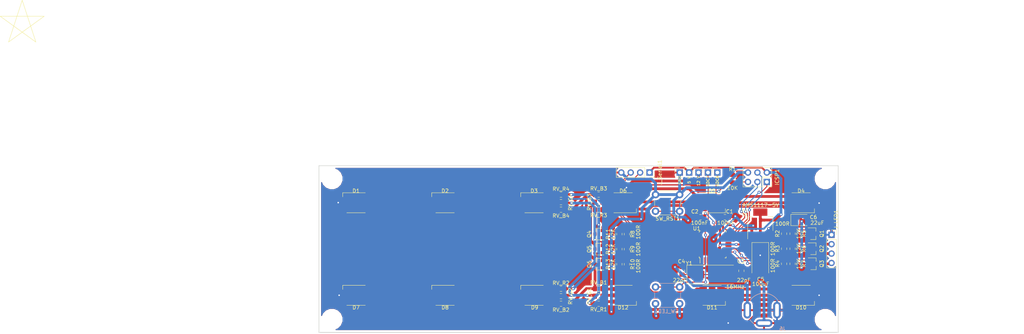
<source format=kicad_pcb>
(kicad_pcb (version 20171130) (host pcbnew "(5.0.2)-1")
  (layers (0 F.Cu signal) (31 B.Cu signal) (34 B.Paste user) (35 F.Paste user) (36 B.SilkS user) (37 F.SilkS user) (38 B.Mask user) (39 F.Mask user) (44 Edge.Cuts user))
  (net 0 "")
  (net 1 +5V)
  (net 2 GND)
  (net 3 "Net-(C2-Pad1)")
  (net 4 "Net-(C3-Pad1)")
  (net 5 "Net-(C4-Pad1)")
  (net 6 +12V)
  (net 7 "Net-(D1-Pad4)")
  (net 8 "Net-(D1-Pad5)")
  (net 9 "Net-(D1-Pad6)")
  (net 10 "Net-(D2-Pad6)")
  (net 11 "Net-(D2-Pad5)")
  (net 12 "Net-(D2-Pad4)")
  (net 13 "Net-(D3-Pad4)")
  (net 14 "Net-(D3-Pad5)")
  (net 15 "Net-(D3-Pad6)")
  (net 16 "Net-(D4-Pad6)")
  (net 17 "Net-(D4-Pad5)")
  (net 18 "Net-(D4-Pad4)")
  (net 19 "Net-(D5-Pad4)")
  (net 20 "Net-(D5-Pad5)")
  (net 21 "Net-(D5-Pad6)")
  (net 22 "Net-(D6-Pad4)")
  (net 23 "Net-(D6-Pad5)")
  (net 24 "Net-(D6-Pad6)")
  (net 25 "Net-(D7-Pad6)")
  (net 26 "Net-(D7-Pad5)")
  (net 27 "Net-(D7-Pad4)")
  (net 28 "Net-(D8-Pad6)")
  (net 29 "Net-(D8-Pad5)")
  (net 30 "Net-(D8-Pad4)")
  (net 31 "Net-(D9-Pad4)")
  (net 32 "Net-(D9-Pad5)")
  (net 33 "Net-(D9-Pad6)")
  (net 34 "Net-(D10-Pad6)")
  (net 35 "Net-(D10-Pad5)")
  (net 36 "Net-(D10-Pad4)")
  (net 37 "Net-(D11-Pad4)")
  (net 38 "Net-(D11-Pad5)")
  (net 39 "Net-(D11-Pad6)")
  (net 40 "Net-(D12-Pad6)")
  (net 41 "Net-(D12-Pad5)")
  (net 42 "Net-(D12-Pad4)")
  (net 43 /MISO)
  (net 44 /SCK)
  (net 45 /MOSI)
  (net 46 /RST)
  (net 47 "Net-(J1-Pad1)")
  (net 48 "Net-(J2-Pad1)")
  (net 49 "Net-(J_LED1-Pad2)")
  (net 50 "Net-(J_LED1-Pad3)")
  (net 51 "Net-(J_LED1-Pad4)")
  (net 52 /TXD)
  (net 53 /RXD)
  (net 54 "Net-(Q1-Pad1)")
  (net 55 "Net-(Q2-Pad1)")
  (net 56 "Net-(Q3-Pad1)")
  (net 57 "Net-(Q4-Pad1)")
  (net 58 "Net-(Q4-Pad3)")
  (net 59 "Net-(Q5-Pad3)")
  (net 60 "Net-(Q5-Pad1)")
  (net 61 "Net-(Q6-Pad1)")
  (net 62 "Net-(Q6-Pad3)")
  (net 63 /LED_2_R)
  (net 64 /LED_2_G)
  (net 65 /LED_2_B)
  (net 66 /LED_1_R)
  (net 67 /LED_1_G)
  (net 68 /LED_1_B)
  (net 69 /SW1)
  (net 70 "Net-(U1-Pad12)")
  (net 71 "Net-(U1-Pad13)")
  (net 72 "Net-(U1-Pad14)")
  (net 73 "Net-(U1-Pad24)")
  (net 74 "Net-(U1-Pad25)")
  (net 75 "Net-(U1-Pad26)")
  (net 76 "Net-(U1-Pad27)")
  (net 77 "Net-(U1-Pad28)")
  (module Capacitor_SMD:C_0805_2012Metric_Pad1.15x1.40mm_HandSolder (layer F.Cu) (at 219.456 88.9)
    (fp_text reference C1 (at 1.27 -1.524 180) (layer F.SilkS))
    (fp_text value 100nF (at 0.254 1.524) (layer F.SilkS))
    (pad 1 smd roundrect (at -1.025 0) (size 1.15 1.4) (layers F.Cu F.Paste F.Mask) (roundrect_rratio 0.217391) (net 1 +5V))
    (pad 2 smd roundrect (at 1.025 0) (size 1.15 1.4) (layers F.Cu F.Paste F.Mask) (roundrect_rratio 0.217391) (net 2 GND))
  )
  (module Capacitor_SMD:C_0805_2012Metric_Pad1.15x1.40mm_HandSolder (layer F.Cu) (at 212.861 88.9 180)
    (fp_text reference C2 (at 1.524 1.524 180) (layer F.SilkS))
    (fp_text value 100nF (at 0.254 -1.524 180) (layer F.SilkS))
    (pad 2 smd roundrect (at 1.025 0 180) (size 1.15 1.4) (layers F.Cu F.Paste F.Mask) (roundrect_rratio 0.217391) (net 2 GND))
    (pad 1 smd roundrect (at -1.025 0 180) (size 1.15 1.4) (layers F.Cu F.Paste F.Mask) (roundrect_rratio 0.217391) (net 3 "Net-(C2-Pad1)"))
  )
  (module Capacitor_SMD:C_0805_2012Metric_Pad1.15x1.40mm_HandSolder (layer F.Cu) (at 223.901 103.378 90)
    (fp_text reference C3 (at 2.54 -0.127 180) (layer F.SilkS))
    (fp_text value 22pF (at -2.54 0.635 180) (layer F.SilkS))
    (pad 1 smd roundrect (at -1.025 0 90) (size 1.15 1.4) (layers F.Cu F.Paste F.Mask) (roundrect_rratio 0.217391) (net 4 "Net-(C3-Pad1)"))
    (pad 2 smd roundrect (at 1.025 0 90) (size 1.15 1.4) (layers F.Cu F.Paste F.Mask) (roundrect_rratio 0.217391) (net 2 GND))
  )
  (module Capacitor_SMD:C_0805_2012Metric_Pad1.15x1.40mm_HandSolder (layer F.Cu) (at 207.899 103.378 90)
    (fp_text reference C4 (at 2.54 -0.127 180) (layer F.SilkS))
    (fp_text value 22pF (at -2.54 -0.635 180) (layer F.SilkS))
    (pad 2 smd roundrect (at 1.025 0 90) (size 1.15 1.4) (layers F.Cu F.Paste F.Mask) (roundrect_rratio 0.217391) (net 2 GND))
    (pad 1 smd roundrect (at -1.025 0 90) (size 1.15 1.4) (layers F.Cu F.Paste F.Mask) (roundrect_rratio 0.217391) (net 5 "Net-(C4-Pad1)"))
  )
  (module Capacitor_Tantalum_SMD:CP_EIA-7343-15_Kemet-W_Pad2.25x2.55mm_HandSolder (layer F.Cu) (at 229 100.33 270)
    (fp_text reference C5 (at 5.334 -0.108) (layer F.SilkS))
    (fp_text value 100uF (at 6.604 -0.108) (layer F.SilkS))
    (pad 1 smd roundrect (at -3.2 0 270) (size 2.25 2.55) (layers F.Cu F.Paste F.Mask) (roundrect_rratio 0.111111) (net 6 +12V))
    (pad 2 smd roundrect (at 3.2 0 270) (size 2.25 2.55) (layers F.Cu F.Paste F.Mask) (roundrect_rratio 0.111111) (net 2 GND))
  )
  (module Capacitor_Tantalum_SMD:CP_EIA-3528-15_AVX-H_Pad1.50x2.35mm_HandSolder (layer F.Cu) (at 239.877 89.662)
    (fp_text reference C6 (at 3.455 -0.762 180) (layer F.SilkS))
    (fp_text value 22uF (at 4.471 0.762 180) (layer F.SilkS))
    (pad 1 smd roundrect (at -1.625 0) (size 1.5 2.35) (layers F.Cu F.Paste F.Mask) (roundrect_rratio 0.166667) (net 1 +5V))
    (pad 2 smd roundrect (at 1.625 0) (size 1.5 2.35) (layers F.Cu F.Paste F.Mask) (roundrect_rratio 0.166667) (net 2 GND))
  )
  (module LED_SMD:LED_RGB_5050-6 (layer F.Cu) (at 120 85)
    (fp_text reference D1 (at 0 -3.212 -180) (layer F.SilkS))
    (fp_text value LED_RGB)
    (pad 1 smd rect (at -2.4 -1.7 90) (size 1.1 2) (layers F.Cu F.Paste F.Mask) (net 6 +12V))
    (pad 2 smd rect (at -2.4 0 90) (size 1.1 2) (layers F.Cu F.Paste F.Mask) (net 6 +12V))
    (pad 3 smd rect (at -2.4 1.7 90) (size 1.1 2) (layers F.Cu F.Paste F.Mask) (net 6 +12V))
    (pad 4 smd rect (at 2.4 1.7 90) (size 1.1 2) (layers F.Cu F.Paste F.Mask) (net 7 "Net-(D1-Pad4)"))
    (pad 5 smd rect (at 2.4 0 90) (size 1.1 2) (layers F.Cu F.Paste F.Mask) (net 8 "Net-(D1-Pad5)"))
    (pad 6 smd rect (at 2.4 -1.7 90) (size 1.1 2) (layers F.Cu F.Paste F.Mask) (net 9 "Net-(D1-Pad6)"))
  )
  (module LED_SMD:LED_RGB_5050-6 (layer F.Cu) (at 144 85)
    (fp_text reference D2 (at 0 -3.212 -180) (layer F.SilkS))
    (fp_text value LED_RGB)
    (pad 6 smd rect (at 2.4 -1.7 90) (size 1.1 2) (layers F.Cu F.Paste F.Mask) (net 10 "Net-(D2-Pad6)"))
    (pad 5 smd rect (at 2.4 0 90) (size 1.1 2) (layers F.Cu F.Paste F.Mask) (net 11 "Net-(D2-Pad5)"))
    (pad 4 smd rect (at 2.4 1.7 90) (size 1.1 2) (layers F.Cu F.Paste F.Mask) (net 12 "Net-(D2-Pad4)"))
    (pad 3 smd rect (at -2.4 1.7 90) (size 1.1 2) (layers F.Cu F.Paste F.Mask) (net 7 "Net-(D1-Pad4)"))
    (pad 2 smd rect (at -2.4 0 90) (size 1.1 2) (layers F.Cu F.Paste F.Mask) (net 8 "Net-(D1-Pad5)"))
    (pad 1 smd rect (at -2.4 -1.7 90) (size 1.1 2) (layers F.Cu F.Paste F.Mask) (net 9 "Net-(D1-Pad6)"))
  )
  (module LED_SMD:LED_RGB_5050-6 (layer F.Cu) (at 168 85)
    (fp_text reference D3 (at 0 -3.212 -180) (layer F.SilkS))
    (fp_text value LED_RGB)
    (pad 1 smd rect (at -2.4 -1.7 90) (size 1.1 2) (layers F.Cu F.Paste F.Mask) (net 10 "Net-(D2-Pad6)"))
    (pad 2 smd rect (at -2.4 0 90) (size 1.1 2) (layers F.Cu F.Paste F.Mask) (net 11 "Net-(D2-Pad5)"))
    (pad 3 smd rect (at -2.4 1.7 90) (size 1.1 2) (layers F.Cu F.Paste F.Mask) (net 12 "Net-(D2-Pad4)"))
    (pad 4 smd rect (at 2.4 1.7 90) (size 1.1 2) (layers F.Cu F.Paste F.Mask) (net 13 "Net-(D3-Pad4)"))
    (pad 5 smd rect (at 2.4 0 90) (size 1.1 2) (layers F.Cu F.Paste F.Mask) (net 14 "Net-(D3-Pad5)"))
    (pad 6 smd rect (at 2.4 -1.7 90) (size 1.1 2) (layers F.Cu F.Paste F.Mask) (net 15 "Net-(D3-Pad6)"))
  )
  (module LED_SMD:LED_RGB_5050-6 (layer F.Cu) (at 240 85 180)
    (fp_text reference D4 (at 0 3.212) (layer F.SilkS))
    (fp_text value LED_RGB)
    (pad 6 smd rect (at 2.4 -1.7 270) (size 1.1 2) (layers F.Cu F.Paste F.Mask) (net 16 "Net-(D4-Pad6)"))
    (pad 5 smd rect (at 2.4 0 270) (size 1.1 2) (layers F.Cu F.Paste F.Mask) (net 17 "Net-(D4-Pad5)"))
    (pad 4 smd rect (at 2.4 1.7 270) (size 1.1 2) (layers F.Cu F.Paste F.Mask) (net 18 "Net-(D4-Pad4)"))
    (pad 3 smd rect (at -2.4 1.7 270) (size 1.1 2) (layers F.Cu F.Paste F.Mask) (net 6 +12V))
    (pad 2 smd rect (at -2.4 0 270) (size 1.1 2) (layers F.Cu F.Paste F.Mask) (net 6 +12V))
    (pad 1 smd rect (at -2.4 -1.7 270) (size 1.1 2) (layers F.Cu F.Paste F.Mask) (net 6 +12V))
  )
  (module LED_SMD:LED_RGB_5050-6 (layer F.Cu) (at 216 85 180)
    (fp_text reference D5 (at 0 3.212) (layer F.SilkS))
    (fp_text value LED_RGB)
    (pad 1 smd rect (at -2.4 -1.7 270) (size 1.1 2) (layers F.Cu F.Paste F.Mask) (net 16 "Net-(D4-Pad6)"))
    (pad 2 smd rect (at -2.4 0 270) (size 1.1 2) (layers F.Cu F.Paste F.Mask) (net 17 "Net-(D4-Pad5)"))
    (pad 3 smd rect (at -2.4 1.7 270) (size 1.1 2) (layers F.Cu F.Paste F.Mask) (net 18 "Net-(D4-Pad4)"))
    (pad 4 smd rect (at 2.4 1.7 270) (size 1.1 2) (layers F.Cu F.Paste F.Mask) (net 19 "Net-(D5-Pad4)"))
    (pad 5 smd rect (at 2.4 0 270) (size 1.1 2) (layers F.Cu F.Paste F.Mask) (net 20 "Net-(D5-Pad5)"))
    (pad 6 smd rect (at 2.4 -1.7 270) (size 1.1 2) (layers F.Cu F.Paste F.Mask) (net 21 "Net-(D5-Pad6)"))
  )
  (module LED_SMD:LED_RGB_5050-6 (layer F.Cu) (at 192 85 180)
    (fp_text reference D6 (at 0 3.212) (layer F.SilkS))
    (fp_text value LED_RGB)
    (pad 1 smd rect (at -2.4 -1.7 270) (size 1.1 2) (layers F.Cu F.Paste F.Mask) (net 21 "Net-(D5-Pad6)"))
    (pad 2 smd rect (at -2.4 0 270) (size 1.1 2) (layers F.Cu F.Paste F.Mask) (net 20 "Net-(D5-Pad5)"))
    (pad 3 smd rect (at -2.4 1.7 270) (size 1.1 2) (layers F.Cu F.Paste F.Mask) (net 19 "Net-(D5-Pad4)"))
    (pad 4 smd rect (at 2.4 1.7 270) (size 1.1 2) (layers F.Cu F.Paste F.Mask) (net 22 "Net-(D6-Pad4)"))
    (pad 5 smd rect (at 2.4 0 270) (size 1.1 2) (layers F.Cu F.Paste F.Mask) (net 23 "Net-(D6-Pad5)"))
    (pad 6 smd rect (at 2.4 -1.7 270) (size 1.1 2) (layers F.Cu F.Paste F.Mask) (net 24 "Net-(D6-Pad6)"))
  )
  (module LED_SMD:LED_RGB_5050-6 (layer F.Cu) (at 120 110)
    (fp_text reference D7 (at 0 3.284 180) (layer F.SilkS))
    (fp_text value LED_RGB)
    (pad 6 smd rect (at 2.4 -1.7 90) (size 1.1 2) (layers F.Cu F.Paste F.Mask) (net 25 "Net-(D7-Pad6)"))
    (pad 5 smd rect (at 2.4 0 90) (size 1.1 2) (layers F.Cu F.Paste F.Mask) (net 26 "Net-(D7-Pad5)"))
    (pad 4 smd rect (at 2.4 1.7 90) (size 1.1 2) (layers F.Cu F.Paste F.Mask) (net 27 "Net-(D7-Pad4)"))
    (pad 3 smd rect (at -2.4 1.7 90) (size 1.1 2) (layers F.Cu F.Paste F.Mask) (net 6 +12V))
    (pad 2 smd rect (at -2.4 0 90) (size 1.1 2) (layers F.Cu F.Paste F.Mask) (net 6 +12V))
    (pad 1 smd rect (at -2.4 -1.7 90) (size 1.1 2) (layers F.Cu F.Paste F.Mask) (net 6 +12V))
  )
  (module LED_SMD:LED_RGB_5050-6 (layer F.Cu) (at 144 110)
    (fp_text reference D8 (at 0 3.284 180) (layer F.SilkS))
    (fp_text value LED_RGB)
    (pad 6 smd rect (at 2.4 -1.7 90) (size 1.1 2) (layers F.Cu F.Paste F.Mask) (net 28 "Net-(D8-Pad6)"))
    (pad 5 smd rect (at 2.4 0 90) (size 1.1 2) (layers F.Cu F.Paste F.Mask) (net 29 "Net-(D8-Pad5)"))
    (pad 4 smd rect (at 2.4 1.7 90) (size 1.1 2) (layers F.Cu F.Paste F.Mask) (net 30 "Net-(D8-Pad4)"))
    (pad 3 smd rect (at -2.4 1.7 90) (size 1.1 2) (layers F.Cu F.Paste F.Mask) (net 27 "Net-(D7-Pad4)"))
    (pad 2 smd rect (at -2.4 0 90) (size 1.1 2) (layers F.Cu F.Paste F.Mask) (net 26 "Net-(D7-Pad5)"))
    (pad 1 smd rect (at -2.4 -1.7 90) (size 1.1 2) (layers F.Cu F.Paste F.Mask) (net 25 "Net-(D7-Pad6)"))
  )
  (module LED_SMD:LED_RGB_5050-6 (layer F.Cu) (at 168 110)
    (fp_text reference D9 (at 0.148 3.284 180) (layer F.SilkS))
    (fp_text value LED_RGB)
    (pad 1 smd rect (at -2.4 -1.7 90) (size 1.1 2) (layers F.Cu F.Paste F.Mask) (net 28 "Net-(D8-Pad6)"))
    (pad 2 smd rect (at -2.4 0 90) (size 1.1 2) (layers F.Cu F.Paste F.Mask) (net 29 "Net-(D8-Pad5)"))
    (pad 3 smd rect (at -2.4 1.7 90) (size 1.1 2) (layers F.Cu F.Paste F.Mask) (net 30 "Net-(D8-Pad4)"))
    (pad 4 smd rect (at 2.4 1.7 90) (size 1.1 2) (layers F.Cu F.Paste F.Mask) (net 31 "Net-(D9-Pad4)"))
    (pad 5 smd rect (at 2.4 0 90) (size 1.1 2) (layers F.Cu F.Paste F.Mask) (net 32 "Net-(D9-Pad5)"))
    (pad 6 smd rect (at 2.4 -1.7 90) (size 1.1 2) (layers F.Cu F.Paste F.Mask) (net 33 "Net-(D9-Pad6)"))
  )
  (module LED_SMD:LED_RGB_5050-6 (layer F.Cu) (at 240 110 180)
    (fp_text reference D10 (at 0 -3.284) (layer F.SilkS))
    (fp_text value LED_RGB)
    (pad 6 smd rect (at 2.4 -1.7 270) (size 1.1 2) (layers F.Cu F.Paste F.Mask) (net 34 "Net-(D10-Pad6)"))
    (pad 5 smd rect (at 2.4 0 270) (size 1.1 2) (layers F.Cu F.Paste F.Mask) (net 35 "Net-(D10-Pad5)"))
    (pad 4 smd rect (at 2.4 1.7 270) (size 1.1 2) (layers F.Cu F.Paste F.Mask) (net 36 "Net-(D10-Pad4)"))
    (pad 3 smd rect (at -2.4 1.7 270) (size 1.1 2) (layers F.Cu F.Paste F.Mask) (net 6 +12V))
    (pad 2 smd rect (at -2.4 0 270) (size 1.1 2) (layers F.Cu F.Paste F.Mask) (net 6 +12V))
    (pad 1 smd rect (at -2.4 -1.7 270) (size 1.1 2) (layers F.Cu F.Paste F.Mask) (net 6 +12V))
  )
  (module LED_SMD:LED_RGB_5050-6 (layer F.Cu) (at 216 110 180)
    (fp_text reference D11 (at 0 -3.284) (layer F.SilkS))
    (fp_text value LED_RGB)
    (pad 1 smd rect (at -2.4 -1.7 270) (size 1.1 2) (layers F.Cu F.Paste F.Mask) (net 34 "Net-(D10-Pad6)"))
    (pad 2 smd rect (at -2.4 0 270) (size 1.1 2) (layers F.Cu F.Paste F.Mask) (net 35 "Net-(D10-Pad5)"))
    (pad 3 smd rect (at -2.4 1.7 270) (size 1.1 2) (layers F.Cu F.Paste F.Mask) (net 36 "Net-(D10-Pad4)"))
    (pad 4 smd rect (at 2.4 1.7 270) (size 1.1 2) (layers F.Cu F.Paste F.Mask) (net 37 "Net-(D11-Pad4)"))
    (pad 5 smd rect (at 2.4 0 270) (size 1.1 2) (layers F.Cu F.Paste F.Mask) (net 38 "Net-(D11-Pad5)"))
    (pad 6 smd rect (at 2.4 -1.7 270) (size 1.1 2) (layers F.Cu F.Paste F.Mask) (net 39 "Net-(D11-Pad6)"))
  )
  (module LED_SMD:LED_RGB_5050-6 (layer F.Cu) (at 192 110 180)
    (fp_text reference D12 (at 0 -3.284) (layer F.SilkS))
    (fp_text value LED_RGB)
    (pad 6 smd rect (at 2.4 -1.7 270) (size 1.1 2) (layers F.Cu F.Paste F.Mask) (net 40 "Net-(D12-Pad6)"))
    (pad 5 smd rect (at 2.4 0 270) (size 1.1 2) (layers F.Cu F.Paste F.Mask) (net 41 "Net-(D12-Pad5)"))
    (pad 4 smd rect (at 2.4 1.7 270) (size 1.1 2) (layers F.Cu F.Paste F.Mask) (net 42 "Net-(D12-Pad4)"))
    (pad 3 smd rect (at -2.4 1.7 270) (size 1.1 2) (layers F.Cu F.Paste F.Mask) (net 37 "Net-(D11-Pad4)"))
    (pad 2 smd rect (at -2.4 0 270) (size 1.1 2) (layers F.Cu F.Paste F.Mask) (net 38 "Net-(D11-Pad5)"))
    (pad 1 smd rect (at -2.4 -1.7 270) (size 1.1 2) (layers F.Cu F.Paste F.Mask) (net 39 "Net-(D11-Pad6)"))
  )
  (module MeineBib:EigenesMountingHole_2.7mm_M2.5 (layer F.Cu) (at 113.5 116.5)
    (fp_text reference H1 hide)
    (fp_text value MountingHole)
    (pad "" np_thru_hole circle (at 0 0) (size 2.7 2.7) (drill 2.7) (layers *.Cu *.Mask) (clearance 1.5))
  )
  (module MeineBib:EigenesMountingHole_2.7mm_M2.5 (layer F.Cu) (at 246.5 116.5)
    (fp_text reference H2 hide)
    (fp_text value MountingHole)
    (pad "" np_thru_hole circle (at 0 0) (size 2.7 2.7) (drill 2.7) (layers *.Cu *.Mask) (clearance 1.5))
  )
  (module MeineBib:EigenesMountingHole_2.7mm_M2.5 (layer F.Cu) (at 113.5 78.5)
    (fp_text reference H3 hide)
    (fp_text value MountingHole)
    (pad "" np_thru_hole circle (at 0 0) (size 2.7 2.7) (drill 2.7) (layers *.Cu *.Mask) (clearance 1.5))
  )
  (module MeineBib:EigenesMountingHole_2.7mm_M2.5 (layer F.Cu) (at 246.5 78.5)
    (fp_text reference H4 hide)
    (fp_text value MountingHole)
    (pad "" np_thru_hole circle (at 0 0) (size 2.7 2.7) (drill 2.7) (layers *.Cu *.Mask) (clearance 1.5))
  )
  (module MeineBib:PentThin (layer F.Cu) (at 29.987967 35.946021)
    (fp_text reference H5 hide)
    (fp_text value Symbol hide)
  )
  (module Connector_PinSocket_2.54mm:PinSocket_2x03_P2.54mm_Vertical (layer F.Cu) (at 230.759 79.375 270)
    (fp_text reference ICSP1 (at -1.27 -2.77 270) (layer F.SilkS))
    (fp_text value ICSP-Header)
    (pad 1 thru_hole rect (at 0 0 270) (size 1.7 1.7) (drill 1) (layers *.Cu *.Mask) (net 43 /MISO))
    (pad 2 thru_hole oval (at -2.54 0 270) (size 1.7 1.7) (drill 1) (layers *.Cu *.Mask) (net 1 +5V))
    (pad 3 thru_hole oval (at 0 2.54 270) (size 1.7 1.7) (drill 1) (layers *.Cu *.Mask) (net 44 /SCK))
    (pad 4 thru_hole oval (at -2.54 2.54 270) (size 1.7 1.7) (drill 1) (layers *.Cu *.Mask) (net 45 /MOSI))
    (pad 5 thru_hole oval (at 0 5.08 270) (size 1.7 1.7) (drill 1) (layers *.Cu *.Mask) (net 46 /RST))
    (pad 6 thru_hole oval (at -2.54 5.08 270) (size 1.7 1.7) (drill 1) (layers *.Cu *.Mask) (net 2 GND))
  )
  (module EigeneModule:PinheaderOwnWithoutSilk (layer F.Cu) (at 217.424 76.835)
    (fp_text reference J1 hide)
    (fp_text value ADC6 (at 0 2.286 270) (layer F.SilkS) (effects (font (size 0.75 0.75))))
    (pad 1 thru_hole rect (at 0 0) (size 1.7 1.7) (drill 1) (layers *.Cu *.Mask) (net 47 "Net-(J1-Pad1)"))
  )
  (module EigeneModule:PinheaderOwnWithoutSilk (layer F.Cu) (at 214.884 76.835)
    (fp_text reference J2 hide)
    (fp_text value ADC7 (at 0 2.286 270) (layer F.SilkS) (effects (font (size 0.75 0.75))))
    (pad 1 thru_hole rect (at 0 0) (size 1.7 1.7) (drill 1) (layers *.Cu *.Mask) (net 48 "Net-(J2-Pad1)"))
  )
  (module EigeneModule:PinheaderOwnWithoutSilk (layer F.Cu) (at 212.344 76.835)
    (fp_text reference J3 hide)
    (fp_text value "12 V" (at 0 2.286 270) (layer F.SilkS) (effects (font (size 0.75 0.75))))
    (pad 1 thru_hole rect (at 0 0) (size 1.7 1.7) (drill 1) (layers *.Cu *.Mask) (net 6 +12V))
  )
  (module EigeneModule:PinheaderOwnWithoutSilk (layer F.Cu) (at 209.804 76.835)
    (fp_text reference J4 hide)
    (fp_text value "5 V" (at 0 2.032 270) (layer F.SilkS) (effects (font (size 0.75 0.75))))
    (pad 1 thru_hole rect (at 0 0) (size 1.7 1.7) (drill 1) (layers *.Cu *.Mask) (net 1 +5V))
  )
  (module EigeneModule:PinheaderOwnWithoutSilk (layer F.Cu) (at 207.264 76.835)
    (fp_text reference J5 hide)
    (fp_text value GND (at 0 2.032 270) (layer F.SilkS) (effects (font (size 0.75 0.75))))
    (pad 1 thru_hole rect (at 0 0) (size 1.7 1.7) (drill 1) (layers *.Cu *.Mask) (net 2 GND))
  )
  (module MeineBib:DC_Barrel_Jack_Standing (layer B.Cu) (at 230 114 270)
    (fp_text reference J6 (at 5 -5 180) (layer B.SilkS) (effects (justify mirror)))
    (fp_text value Barrel_Jack)
    (pad 1 thru_hole oval (at 0 -3.5 270) (size 4.5 2) (drill oval 3.5 1) (layers *.Cu *.Mask) (net 6 +12V))
    (pad 2 thru_hole oval (at 3.5 0 180) (size 4.5 2) (drill oval 3.5 1) (layers *.Cu *.Mask) (net 2 GND))
    (pad 3 thru_hole oval (at 0 4.5 270) (size 4.5 2) (drill oval 3.5 1) (layers *.Cu *.Mask) (net 2 GND))
  )
  (module Connector_PinSocket_2.54mm:PinSocket_1x04_P2.54mm_Vertical (layer F.Cu) (at 248.199 93.645)
    (fp_text reference J_LED1 (at 1.256 -4.14 90) (layer F.SilkS))
    (fp_text value Conn_01x04)
    (pad 1 thru_hole rect (at 0 0) (size 1.7 1.7) (drill 1) (layers *.Cu *.Mask) (net 6 +12V))
    (pad 2 thru_hole oval (at 0 2.54) (size 1.7 1.7) (drill 1) (layers *.Cu *.Mask) (net 49 "Net-(J_LED1-Pad2)"))
    (pad 3 thru_hole oval (at 0 5.08) (size 1.7 1.7) (drill 1) (layers *.Cu *.Mask) (net 50 "Net-(J_LED1-Pad3)"))
    (pad 4 thru_hole oval (at 0 7.62) (size 1.7 1.7) (drill 1) (layers *.Cu *.Mask) (net 51 "Net-(J_LED1-Pad4)"))
  )
  (module Connector_PinSocket_2.54mm:PinSocket_1x04_P2.54mm_Vertical (layer F.Cu) (at 199.136 76.835 270)
    (fp_text reference J_Serial1 (at 0 -2.77 270) (layer F.SilkS))
    (fp_text value Conn_01x04)
    (pad 4 thru_hole oval (at 0 7.62 270) (size 1.7 1.7) (drill 1) (layers *.Cu *.Mask) (net 2 GND))
    (pad 3 thru_hole oval (at 0 5.08 270) (size 1.7 1.7) (drill 1) (layers *.Cu *.Mask) (net 52 /TXD))
    (pad 2 thru_hole oval (at 0 2.54 270) (size 1.7 1.7) (drill 1) (layers *.Cu *.Mask) (net 53 /RXD))
    (pad 1 thru_hole rect (at 0 0 270) (size 1.7 1.7) (drill 1) (layers *.Cu *.Mask) (net 1 +5V))
  )
  (module Package_TO_SOT_SMD:SOT-23 (layer F.Cu) (at 243.2382 93.353)
    (fp_text reference Q1 (at 2.3368 0 90) (layer F.SilkS))
    (fp_text value FDN337N)
    (pad 3 smd rect (at 1 0) (size 0.9 0.8) (layers F.Cu F.Paste F.Mask) (net 49 "Net-(J_LED1-Pad2)"))
    (pad 2 smd rect (at -1 0.95) (size 0.9 0.8) (layers F.Cu F.Paste F.Mask) (net 2 GND))
    (pad 1 smd rect (at -1 -0.95) (size 0.9 0.8) (layers F.Cu F.Paste F.Mask) (net 54 "Net-(Q1-Pad1)"))
  )
  (module Package_TO_SOT_SMD:SOT-23 (layer F.Cu) (at 243.2636 97.417)
    (fp_text reference Q2 (at 2.3114 0 90) (layer F.SilkS))
    (fp_text value FDN337N)
    (pad 1 smd rect (at -1 -0.95) (size 0.9 0.8) (layers F.Cu F.Paste F.Mask) (net 55 "Net-(Q2-Pad1)"))
    (pad 2 smd rect (at -1 0.95) (size 0.9 0.8) (layers F.Cu F.Paste F.Mask) (net 2 GND))
    (pad 3 smd rect (at 1 0) (size 0.9 0.8) (layers F.Cu F.Paste F.Mask) (net 50 "Net-(J_LED1-Pad3)"))
  )
  (module Package_TO_SOT_SMD:SOT-23 (layer F.Cu) (at 243.289 101.481)
    (fp_text reference Q3 (at 2.286 0 90) (layer F.SilkS))
    (fp_text value FDN337N)
    (pad 3 smd rect (at 1 0) (size 0.9 0.8) (layers F.Cu F.Paste F.Mask) (net 51 "Net-(J_LED1-Pad4)"))
    (pad 2 smd rect (at -1 0.95) (size 0.9 0.8) (layers F.Cu F.Paste F.Mask) (net 2 GND))
    (pad 1 smd rect (at -1 -0.95) (size 0.9 0.8) (layers F.Cu F.Paste F.Mask) (net 56 "Net-(Q3-Pad1)"))
  )
  (module Package_TO_SOT_SMD:SOT-23 (layer F.Cu) (at 185.42 93.464 180)
    (fp_text reference Q4 (at 2.54 0 270) (layer F.SilkS))
    (fp_text value FDN337N)
    (pad 1 smd rect (at -1 -0.95 180) (size 0.9 0.8) (layers F.Cu F.Paste F.Mask) (net 57 "Net-(Q4-Pad1)"))
    (pad 2 smd rect (at -1 0.95 180) (size 0.9 0.8) (layers F.Cu F.Paste F.Mask) (net 2 GND))
    (pad 3 smd rect (at 1 0 180) (size 0.9 0.8) (layers F.Cu F.Paste F.Mask) (net 58 "Net-(Q4-Pad3)"))
  )
  (module Package_TO_SOT_SMD:SOT-23 (layer F.Cu) (at 185.42 97.528 180)
    (fp_text reference Q5 (at 2.54 0 270) (layer F.SilkS))
    (fp_text value FDN337N)
    (pad 3 smd rect (at 1 0 180) (size 0.9 0.8) (layers F.Cu F.Paste F.Mask) (net 59 "Net-(Q5-Pad3)"))
    (pad 2 smd rect (at -1 0.95 180) (size 0.9 0.8) (layers F.Cu F.Paste F.Mask) (net 2 GND))
    (pad 1 smd rect (at -1 -0.95 180) (size 0.9 0.8) (layers F.Cu F.Paste F.Mask) (net 60 "Net-(Q5-Pad1)"))
  )
  (module Package_TO_SOT_SMD:SOT-23 (layer F.Cu) (at 185.436 101.592 180)
    (fp_text reference Q6 (at 2.54 0 270) (layer F.SilkS))
    (fp_text value FDN337N)
    (pad 1 smd rect (at -1 -0.95 180) (size 0.9 0.8) (layers F.Cu F.Paste F.Mask) (net 61 "Net-(Q6-Pad1)"))
    (pad 2 smd rect (at -1 0.95 180) (size 0.9 0.8) (layers F.Cu F.Paste F.Mask) (net 2 GND))
    (pad 3 smd rect (at 1 0 180) (size 0.9 0.8) (layers F.Cu F.Paste F.Mask) (net 62 "Net-(Q6-Pad3)"))
  )
  (module Resistor_SMD:R_0805_2012Metric_Pad1.15x1.40mm_HandSolder (layer F.Cu) (at 221.488 78.486 90)
    (fp_text reference R1 (at 2.54 0 180) (layer F.SilkS))
    (fp_text value 10K (at -2.54 0 180) (layer F.SilkS))
    (pad 2 smd roundrect (at 1.025 0 90) (size 1.15 1.4) (layers F.Cu F.Paste F.Mask) (roundrect_rratio 0.217391) (net 1 +5V))
    (pad 1 smd roundrect (at -1.025 0 90) (size 1.15 1.4) (layers F.Cu F.Paste F.Mask) (roundrect_rratio 0.217391) (net 46 /RST))
  )
  (module Resistor_SMD:R_0805_2012Metric_Pad1.15x1.40mm_HandSolder (layer F.Cu) (at 235.415 93.353 270)
    (fp_text reference R2 (at 0 1.778 270) (layer F.SilkS))
    (fp_text value 100R (at -2.675 0.465) (layer F.SilkS))
    (pad 2 smd roundrect (at 1.025 0 270) (size 1.15 1.4) (layers F.Cu F.Paste F.Mask) (roundrect_rratio 0.217391) (net 63 /LED_2_R))
    (pad 1 smd roundrect (at -1.025 0 270) (size 1.15 1.4) (layers F.Cu F.Paste F.Mask) (roundrect_rratio 0.217391) (net 54 "Net-(Q1-Pad1)"))
  )
  (module Resistor_SMD:R_0805_2012Metric_Pad1.15x1.40mm_HandSolder (layer F.Cu) (at 235.415 97.417 270)
    (fp_text reference R3 (at 0 1.778 270) (layer F.SilkS))
    (fp_text value 100R (at 0 3.048 270) (layer F.SilkS))
    (pad 1 smd roundrect (at -1.025 0 270) (size 1.15 1.4) (layers F.Cu F.Paste F.Mask) (roundrect_rratio 0.217391) (net 55 "Net-(Q2-Pad1)"))
    (pad 2 smd roundrect (at 1.025 0 270) (size 1.15 1.4) (layers F.Cu F.Paste F.Mask) (roundrect_rratio 0.217391) (net 64 /LED_2_G))
  )
  (module Resistor_SMD:R_0805_2012Metric_Pad1.15x1.40mm_HandSolder (layer F.Cu) (at 235.415 101.481 270)
    (fp_text reference R4 (at 0 1.778 270) (layer F.SilkS))
    (fp_text value 100R (at 0.508 3.048 270) (layer F.SilkS))
    (pad 1 smd roundrect (at -1.025 0 270) (size 1.15 1.4) (layers F.Cu F.Paste F.Mask) (roundrect_rratio 0.217391) (net 56 "Net-(Q3-Pad1)"))
    (pad 2 smd roundrect (at 1.025 0 270) (size 1.15 1.4) (layers F.Cu F.Paste F.Mask) (roundrect_rratio 0.217391) (net 65 /LED_2_B))
  )
  (module Resistor_SMD:R_0805_2012Metric_Pad1.15x1.40mm_HandSolder (layer F.Cu) (at 237.701 93.353 90)
    (fp_text reference R5 (at 0 3.048 90) (layer F.SilkS))
    (fp_text value 12K (at 0 1.65 90) (layer F.SilkS))
    (pad 2 smd roundrect (at 1.025 0 90) (size 1.15 1.4) (layers F.Cu F.Paste F.Mask) (roundrect_rratio 0.217391) (net 54 "Net-(Q1-Pad1)"))
    (pad 1 smd roundrect (at -1.025 0 90) (size 1.15 1.4) (layers F.Cu F.Paste F.Mask) (roundrect_rratio 0.217391) (net 2 GND))
  )
  (module Resistor_SMD:R_0805_2012Metric_Pad1.15x1.40mm_HandSolder (layer F.Cu) (at 237.701 97.417 90)
    (fp_text reference R6 (at 0 3.048 90) (layer F.SilkS))
    (fp_text value 12K (at 0 1.65 90) (layer F.SilkS))
    (pad 1 smd roundrect (at -1.025 0 90) (size 1.15 1.4) (layers F.Cu F.Paste F.Mask) (roundrect_rratio 0.217391) (net 2 GND))
    (pad 2 smd roundrect (at 1.025 0 90) (size 1.15 1.4) (layers F.Cu F.Paste F.Mask) (roundrect_rratio 0.217391) (net 55 "Net-(Q2-Pad1)"))
  )
  (module Resistor_SMD:R_0805_2012Metric_Pad1.15x1.40mm_HandSolder (layer F.Cu) (at 237.701 101.481 90)
    (fp_text reference R7 (at 0 3.048 90) (layer F.SilkS))
    (fp_text value 12K (at 0 1.65 90) (layer F.SilkS))
    (pad 2 smd roundrect (at 1.025 0 90) (size 1.15 1.4) (layers F.Cu F.Paste F.Mask) (roundrect_rratio 0.217391) (net 56 "Net-(Q3-Pad1)"))
    (pad 1 smd roundrect (at -1.025 0 90) (size 1.15 1.4) (layers F.Cu F.Paste F.Mask) (roundrect_rratio 0.217391) (net 2 GND))
  )
  (module Resistor_SMD:R_0805_2012Metric_Pad1.15x1.40mm_HandSolder (layer F.Cu) (at 193.04 93.473 90)
    (fp_text reference R8 (at 0.009 1.524 90) (layer F.SilkS))
    (fp_text value 100R (at 0.517 3.048 90) (layer F.SilkS))
    (pad 1 smd roundrect (at -1.025 0 90) (size 1.15 1.4) (layers F.Cu F.Paste F.Mask) (roundrect_rratio 0.217391) (net 57 "Net-(Q4-Pad1)"))
    (pad 2 smd roundrect (at 1.025 0 90) (size 1.15 1.4) (layers F.Cu F.Paste F.Mask) (roundrect_rratio 0.217391) (net 66 /LED_1_R))
  )
  (module Resistor_SMD:R_0805_2012Metric_Pad1.15x1.40mm_HandSolder (layer F.Cu) (at 193.04 97.537 90)
    (fp_text reference R9 (at 0 1.524 270) (layer F.SilkS))
    (fp_text value 100R (at 0 3.048 90) (layer F.SilkS))
    (pad 2 smd roundrect (at 1.025 0 90) (size 1.15 1.4) (layers F.Cu F.Paste F.Mask) (roundrect_rratio 0.217391) (net 67 /LED_1_G))
    (pad 1 smd roundrect (at -1.025 0 90) (size 1.15 1.4) (layers F.Cu F.Paste F.Mask) (roundrect_rratio 0.217391) (net 60 "Net-(Q5-Pad1)"))
  )
  (module Resistor_SMD:R_0805_2012Metric_Pad1.15x1.40mm_HandSolder (layer F.Cu) (at 193.04 101.601 90)
    (fp_text reference R10 (at 0 1.524 90) (layer F.SilkS))
    (fp_text value 100R (at -0.499 3.048 90) (layer F.SilkS))
    (pad 1 smd roundrect (at -1.025 0 90) (size 1.15 1.4) (layers F.Cu F.Paste F.Mask) (roundrect_rratio 0.217391) (net 61 "Net-(Q6-Pad1)"))
    (pad 2 smd roundrect (at 1.025 0 90) (size 1.15 1.4) (layers F.Cu F.Paste F.Mask) (roundrect_rratio 0.217391) (net 68 /LED_1_B))
  )
  (module Resistor_SMD:R_0805_2012Metric_Pad1.15x1.40mm_HandSolder (layer F.Cu) (at 191.008 93.464 270)
    (fp_text reference R11 (at 0 3.048 270) (layer F.SilkS))
    (fp_text value 12K (at 0 1.65 270) (layer F.SilkS))
    (pad 2 smd roundrect (at 1.025 0 270) (size 1.15 1.4) (layers F.Cu F.Paste F.Mask) (roundrect_rratio 0.217391) (net 57 "Net-(Q4-Pad1)"))
    (pad 1 smd roundrect (at -1.025 0 270) (size 1.15 1.4) (layers F.Cu F.Paste F.Mask) (roundrect_rratio 0.217391) (net 2 GND))
  )
  (module Resistor_SMD:R_0805_2012Metric_Pad1.15x1.40mm_HandSolder (layer F.Cu) (at 191.008 97.519 270)
    (fp_text reference R12 (at 0 3.048 270) (layer F.SilkS))
    (fp_text value 12K (at 0 1.65 270) (layer F.SilkS))
    (pad 1 smd roundrect (at -1.025 0 270) (size 1.15 1.4) (layers F.Cu F.Paste F.Mask) (roundrect_rratio 0.217391) (net 2 GND))
    (pad 2 smd roundrect (at 1.025 0 270) (size 1.15 1.4) (layers F.Cu F.Paste F.Mask) (roundrect_rratio 0.217391) (net 60 "Net-(Q5-Pad1)"))
  )
  (module Resistor_SMD:R_0805_2012Metric_Pad1.15x1.40mm_HandSolder (layer F.Cu) (at 191.008 101.592 270)
    (fp_text reference R13 (at 0 3.048 90) (layer F.SilkS))
    (fp_text value 12K (at 0 1.65 270) (layer F.SilkS))
    (pad 2 smd roundrect (at 1.025 0 270) (size 1.15 1.4) (layers F.Cu F.Paste F.Mask) (roundrect_rratio 0.217391) (net 61 "Net-(Q6-Pad1)"))
    (pad 1 smd roundrect (at -1.025 0 270) (size 1.15 1.4) (layers F.Cu F.Paste F.Mask) (roundrect_rratio 0.217391) (net 2 GND))
  )
  (module Resistor_SMD:R_0805_2012Metric_Pad1.15x1.40mm_HandSolder (layer F.Cu) (at 185.42 108.204)
    (fp_text reference RV_B1 (at 0 -1.65) (layer F.SilkS))
    (fp_text value 150R)
    (pad 2 smd roundrect (at 1.025 0) (size 1.15 1.4) (layers F.Cu F.Paste F.Mask) (roundrect_rratio 0.217391) (net 42 "Net-(D12-Pad4)"))
    (pad 1 smd roundrect (at -1.025 0) (size 1.15 1.4) (layers F.Cu F.Paste F.Mask) (roundrect_rratio 0.217391) (net 62 "Net-(Q6-Pad3)"))
  )
  (module Resistor_SMD:R_0805_2012Metric_Pad1.15x1.40mm_HandSolder (layer F.Cu) (at 175.26 112.268 180)
    (fp_text reference RV_B2 (at 0 -1.65 180) (layer F.SilkS))
    (fp_text value 150R)
    (pad 1 smd roundrect (at -1.025 0 180) (size 1.15 1.4) (layers F.Cu F.Paste F.Mask) (roundrect_rratio 0.217391) (net 62 "Net-(Q6-Pad3)"))
    (pad 2 smd roundrect (at 1.025 0 180) (size 1.15 1.4) (layers F.Cu F.Paste F.Mask) (roundrect_rratio 0.217391) (net 31 "Net-(D9-Pad4)"))
  )
  (module Resistor_SMD:R_0805_2012Metric_Pad1.15x1.40mm_HandSolder (layer F.Cu) (at 185.42 82.804)
    (fp_text reference RV_B3 (at 0 -1.65) (layer F.SilkS))
    (fp_text value 150R)
    (pad 2 smd roundrect (at 1.025 0) (size 1.15 1.4) (layers F.Cu F.Paste F.Mask) (roundrect_rratio 0.217391) (net 22 "Net-(D6-Pad4)"))
    (pad 1 smd roundrect (at -1.025 0) (size 1.15 1.4) (layers F.Cu F.Paste F.Mask) (roundrect_rratio 0.217391) (net 62 "Net-(Q6-Pad3)"))
  )
  (module Resistor_SMD:R_0805_2012Metric_Pad1.15x1.40mm_HandSolder (layer F.Cu) (at 175.26 86.868 180)
    (fp_text reference RV_B4 (at 0 -1.65 180) (layer F.SilkS))
    (fp_text value 150R)
    (pad 1 smd roundrect (at -1.025 0 180) (size 1.15 1.4) (layers F.Cu F.Paste F.Mask) (roundrect_rratio 0.217391) (net 62 "Net-(Q6-Pad3)"))
    (pad 2 smd roundrect (at 1.025 0 180) (size 1.15 1.4) (layers F.Cu F.Paste F.Mask) (roundrect_rratio 0.217391) (net 13 "Net-(D3-Pad4)"))
  )
  (module Resistor_SMD:R_0805_2012Metric_Pad1.15x1.40mm_HandSolder (layer F.Cu) (at 185.42 110.236)
    (fp_text reference RV_G1 (at -2.54 0 90) (layer F.SilkS))
    (fp_text value 150R)
    (pad 1 smd roundrect (at -1.025 0) (size 1.15 1.4) (layers F.Cu F.Paste F.Mask) (roundrect_rratio 0.217391) (net 59 "Net-(Q5-Pad3)"))
    (pad 2 smd roundrect (at 1.025 0) (size 1.15 1.4) (layers F.Cu F.Paste F.Mask) (roundrect_rratio 0.217391) (net 41 "Net-(D12-Pad5)"))
  )
  (module Resistor_SMD:R_0805_2012Metric_Pad1.15x1.40mm_HandSolder (layer F.Cu) (at 175.26 110.236 180)
    (fp_text reference RV_G2 (at -2.54 0 270) (layer F.SilkS))
    (fp_text value 150R)
    (pad 1 smd roundrect (at -1.025 0 180) (size 1.15 1.4) (layers F.Cu F.Paste F.Mask) (roundrect_rratio 0.217391) (net 59 "Net-(Q5-Pad3)"))
    (pad 2 smd roundrect (at 1.025 0 180) (size 1.15 1.4) (layers F.Cu F.Paste F.Mask) (roundrect_rratio 0.217391) (net 32 "Net-(D9-Pad5)"))
  )
  (module Resistor_SMD:R_0805_2012Metric_Pad1.15x1.40mm_HandSolder (layer F.Cu) (at 185.42 84.836)
    (fp_text reference RV_G3 (at -2.54 0 90) (layer F.SilkS))
    (fp_text value 150R)
    (pad 1 smd roundrect (at -1.025 0) (size 1.15 1.4) (layers F.Cu F.Paste F.Mask) (roundrect_rratio 0.217391) (net 59 "Net-(Q5-Pad3)"))
    (pad 2 smd roundrect (at 1.025 0) (size 1.15 1.4) (layers F.Cu F.Paste F.Mask) (roundrect_rratio 0.217391) (net 23 "Net-(D6-Pad5)"))
  )
  (module Resistor_SMD:R_0805_2012Metric_Pad1.15x1.40mm_HandSolder (layer F.Cu) (at 175.26 84.836 180)
    (fp_text reference RV_G4 (at -2.54 0 270) (layer F.SilkS))
    (fp_text value 150R)
    (pad 1 smd roundrect (at -1.025 0 180) (size 1.15 1.4) (layers F.Cu F.Paste F.Mask) (roundrect_rratio 0.217391) (net 59 "Net-(Q5-Pad3)"))
    (pad 2 smd roundrect (at 1.025 0 180) (size 1.15 1.4) (layers F.Cu F.Paste F.Mask) (roundrect_rratio 0.217391) (net 14 "Net-(D3-Pad5)"))
  )
  (module Resistor_SMD:R_0805_2012Metric_Pad1.15x1.40mm_HandSolder (layer F.Cu) (at 185.42 112.268)
    (fp_text reference RV_R1 (at 0 1.524) (layer F.SilkS))
    (fp_text value 330R)
    (pad 2 smd roundrect (at 1.025 0) (size 1.15 1.4) (layers F.Cu F.Paste F.Mask) (roundrect_rratio 0.217391) (net 40 "Net-(D12-Pad6)"))
    (pad 1 smd roundrect (at -1.025 0) (size 1.15 1.4) (layers F.Cu F.Paste F.Mask) (roundrect_rratio 0.217391) (net 58 "Net-(Q4-Pad3)"))
  )
  (module Resistor_SMD:R_0805_2012Metric_Pad1.15x1.40mm_HandSolder (layer F.Cu) (at 175.26 108.204 180)
    (fp_text reference RV_R2 (at 0 1.524 180) (layer F.SilkS))
    (fp_text value 330R)
    (pad 2 smd roundrect (at 1.025 0 180) (size 1.15 1.4) (layers F.Cu F.Paste F.Mask) (roundrect_rratio 0.217391) (net 33 "Net-(D9-Pad6)"))
    (pad 1 smd roundrect (at -1.025 0 180) (size 1.15 1.4) (layers F.Cu F.Paste F.Mask) (roundrect_rratio 0.217391) (net 58 "Net-(Q4-Pad3)"))
  )
  (module Resistor_SMD:R_0805_2012Metric_Pad1.15x1.40mm_HandSolder (layer F.Cu) (at 185.42 86.868)
    (fp_text reference RV_R3 (at 0 1.524) (layer F.SilkS))
    (fp_text value 330R)
    (pad 1 smd roundrect (at -1.025 0) (size 1.15 1.4) (layers F.Cu F.Paste F.Mask) (roundrect_rratio 0.217391) (net 58 "Net-(Q4-Pad3)"))
    (pad 2 smd roundrect (at 1.025 0) (size 1.15 1.4) (layers F.Cu F.Paste F.Mask) (roundrect_rratio 0.217391) (net 24 "Net-(D6-Pad6)"))
  )
  (module Resistor_SMD:R_0805_2012Metric_Pad1.15x1.40mm_HandSolder (layer F.Cu) (at 175.26 82.804 180)
    (fp_text reference RV_R4 (at 0 1.524 180) (layer F.SilkS))
    (fp_text value 330R)
    (pad 2 smd roundrect (at 1.025 0 180) (size 1.15 1.4) (layers F.Cu F.Paste F.Mask) (roundrect_rratio 0.217391) (net 15 "Net-(D3-Pad6)"))
    (pad 1 smd roundrect (at -1.025 0 180) (size 1.15 1.4) (layers F.Cu F.Paste F.Mask) (roundrect_rratio 0.217391) (net 58 "Net-(Q4-Pad3)"))
  )
  (module Button_Switch_THT:SW_PUSH_6mm_H9.5mm (layer B.Cu) (at 207.25 107.75 180)
    (fp_text reference SW_LED1 (at 3.542 -6.55 180) (layer B.SilkS) (effects (justify mirror)))
    (fp_text value SW_Push)
    (pad 2 thru_hole circle (at 0 -4.5 90) (size 2 2) (drill 1.1) (layers *.Cu *.Mask) (net 2 GND))
    (pad 1 thru_hole circle (at 0 0 90) (size 2 2) (drill 1.1) (layers *.Cu *.Mask) (net 69 /SW1))
    (pad 2 thru_hole circle (at 6.5 -4.5 90) (size 2 2) (drill 1.1) (layers *.Cu *.Mask) (net 2 GND))
    (pad 1 thru_hole circle (at 6.5 0 90) (size 2 2) (drill 1.1) (layers *.Cu *.Mask) (net 69 /SW1))
  )
  (module Button_Switch_THT:SW_PUSH_6mm (layer F.Cu) (at 207.25 87.3 180)
    (fp_text reference SW_RST1 (at 3.25 -2 180) (layer F.SilkS))
    (fp_text value SW_Push)
    (pad 2 thru_hole circle (at 0 4.5 270) (size 2 2) (drill 1.1) (layers *.Cu *.Mask) (net 2 GND))
    (pad 1 thru_hole circle (at 0 0 270) (size 2 2) (drill 1.1) (layers *.Cu *.Mask) (net 46 /RST))
    (pad 2 thru_hole circle (at 6.5 4.5 270) (size 2 2) (drill 1.1) (layers *.Cu *.Mask) (net 2 GND))
    (pad 1 thru_hole circle (at 6.5 0 270) (size 2 2) (drill 1.1) (layers *.Cu *.Mask) (net 46 /RST))
  )
  (module Package_QFP:TQFP-32_7x7mm_P0.8mm (layer F.Cu) (at 216.154 96.266 90)
    (fp_text reference U1 (at 4.318 -4.318 180) (layer F.SilkS))
    (fp_text value ATMEGA168-20AU)
    (pad 1 smd rect (at -4.25 -2.8 90) (size 1.6 0.55) (layers F.Cu F.Paste F.Mask) (net 67 /LED_1_G))
    (pad 2 smd rect (at -4.25 -2 90) (size 1.6 0.55) (layers F.Cu F.Paste F.Mask) (net 68 /LED_1_B))
    (pad 3 smd rect (at -4.25 -1.2 90) (size 1.6 0.55) (layers F.Cu F.Paste F.Mask) (net 2 GND))
    (pad 4 smd rect (at -4.25 -0.4 90) (size 1.6 0.55) (layers F.Cu F.Paste F.Mask) (net 1 +5V))
    (pad 5 smd rect (at -4.25 0.4 90) (size 1.6 0.55) (layers F.Cu F.Paste F.Mask) (net 2 GND))
    (pad 6 smd rect (at -4.25 1.2 90) (size 1.6 0.55) (layers F.Cu F.Paste F.Mask) (net 1 +5V))
    (pad 7 smd rect (at -4.25 2 90) (size 1.6 0.55) (layers F.Cu F.Paste F.Mask) (net 5 "Net-(C4-Pad1)"))
    (pad 8 smd rect (at -4.25 2.8 90) (size 1.6 0.55) (layers F.Cu F.Paste F.Mask) (net 4 "Net-(C3-Pad1)"))
    (pad 9 smd rect (at -2.8 4.25 180) (size 1.6 0.55) (layers F.Cu F.Paste F.Mask) (net 63 /LED_2_R))
    (pad 10 smd rect (at -2 4.25 180) (size 1.6 0.55) (layers F.Cu F.Paste F.Mask) (net 64 /LED_2_G))
    (pad 11 smd rect (at -1.2 4.25 180) (size 1.6 0.55) (layers F.Cu F.Paste F.Mask) (net 65 /LED_2_B))
    (pad 12 smd rect (at -0.4 4.25 180) (size 1.6 0.55) (layers F.Cu F.Paste F.Mask) (net 70 "Net-(U1-Pad12)"))
    (pad 13 smd rect (at 0.4 4.25 180) (size 1.6 0.55) (layers F.Cu F.Paste F.Mask) (net 71 "Net-(U1-Pad13)"))
    (pad 14 smd rect (at 1.2 4.25 180) (size 1.6 0.55) (layers F.Cu F.Paste F.Mask) (net 72 "Net-(U1-Pad14)"))
    (pad 15 smd rect (at 2 4.25 180) (size 1.6 0.55) (layers F.Cu F.Paste F.Mask) (net 45 /MOSI))
    (pad 16 smd rect (at 2.8 4.25 180) (size 1.6 0.55) (layers F.Cu F.Paste F.Mask) (net 43 /MISO))
    (pad 17 smd rect (at 4.25 2.8 90) (size 1.6 0.55) (layers F.Cu F.Paste F.Mask) (net 44 /SCK))
    (pad 18 smd rect (at 4.25 2 90) (size 1.6 0.55) (layers F.Cu F.Paste F.Mask) (net 1 +5V))
    (pad 19 smd rect (at 4.25 1.2 90) (size 1.6 0.55) (layers F.Cu F.Paste F.Mask) (net 47 "Net-(J1-Pad1)"))
    (pad 20 smd rect (at 4.25 0.4 90) (size 1.6 0.55) (layers F.Cu F.Paste F.Mask) (net 3 "Net-(C2-Pad1)"))
    (pad 21 smd rect (at 4.25 -0.4 90) (size 1.6 0.55) (layers F.Cu F.Paste F.Mask) (net 2 GND))
    (pad 22 smd rect (at 4.25 -1.2 90) (size 1.6 0.55) (layers F.Cu F.Paste F.Mask) (net 48 "Net-(J2-Pad1)"))
    (pad 23 smd rect (at 4.25 -2 90) (size 1.6 0.55) (layers F.Cu F.Paste F.Mask) (net 69 /SW1))
    (pad 24 smd rect (at 4.25 -2.8 90) (size 1.6 0.55) (layers F.Cu F.Paste F.Mask) (net 73 "Net-(U1-Pad24)"))
    (pad 25 smd rect (at 2.8 -4.25 180) (size 1.6 0.55) (layers F.Cu F.Paste F.Mask) (net 74 "Net-(U1-Pad25)"))
    (pad 26 smd rect (at 2 -4.25 180) (size 1.6 0.55) (layers F.Cu F.Paste F.Mask) (net 75 "Net-(U1-Pad26)"))
    (pad 27 smd rect (at 1.2 -4.25 180) (size 1.6 0.55) (layers F.Cu F.Paste F.Mask) (net 76 "Net-(U1-Pad27)"))
    (pad 28 smd rect (at 0.4 -4.25 180) (size 1.6 0.55) (layers F.Cu F.Paste F.Mask) (net 77 "Net-(U1-Pad28)"))
    (pad 29 smd rect (at -0.4 -4.25 180) (size 1.6 0.55) (layers F.Cu F.Paste F.Mask) (net 46 /RST))
    (pad 30 smd rect (at -1.2 -4.25 180) (size 1.6 0.55) (layers F.Cu F.Paste F.Mask) (net 53 /RXD))
    (pad 31 smd rect (at -2 -4.25 180) (size 1.6 0.55) (layers F.Cu F.Paste F.Mask) (net 52 /TXD))
    (pad 32 smd rect (at -2.8 -4.25 180) (size 1.6 0.55) (layers F.Cu F.Paste F.Mask) (net 66 /LED_1_R))
  )
  (module Package_TO_SOT_SMD:SOT-223-3_TabPin2 (layer F.Cu) (at 229 90.678 90)
    (fp_text reference U2 (at 3.048 -4.21 270) (layer F.SilkS))
    (fp_text value AMS1117-5V (at 5.08 0.108 180) (layer F.SilkS))
    (pad 2 smd rect (at 3.15 0 90) (size 2 3.8) (layers F.Cu F.Paste F.Mask) (net 1 +5V))
    (pad 2 smd rect (at -3.15 0 90) (size 2 1.5) (layers F.Cu F.Paste F.Mask) (net 1 +5V))
    (pad 3 smd rect (at -3.15 2.3 90) (size 2 1.5) (layers F.Cu F.Paste F.Mask) (net 6 +12V))
    (pad 1 smd rect (at -3.15 -2.3 90) (size 2 1.5) (layers F.Cu F.Paste F.Mask) (net 2 GND))
  )
  (module Crystal:Crystal_SMD_HC49-SD (layer F.Cu) (at 215.9 104.394)
    (fp_text reference Y1 (at -6.096 -3.048 180) (layer F.SilkS))
    (fp_text value 16MHz (at 6.35 3.302) (layer F.SilkS))
    (pad 1 smd rect (at -4.25 0) (size 4.5 2) (layers F.Cu F.Paste F.Mask) (net 5 "Net-(C4-Pad1)"))
    (pad 2 smd rect (at 4.25 0) (size 4.5 2) (layers F.Cu F.Paste F.Mask) (net 4 "Net-(C3-Pad1)"))
  )
  (gr_line (start 250 75) (end 250 120) (layer Edge.Cuts) (width 0.15))
  (gr_line (start 110 75) (end 250 75) (layer Edge.Cuts) (width 0.15))
  (gr_line (start 110 120) (end 110 75) (layer Edge.Cuts) (width 0.15))
  (gr_line (start 110 120) (end 250 120) (layer Edge.Cuts) (width 0.2))
  (segment (start 229 89.278) (end 229 87.528) (width 0.75) (layer F.Cu) (net 1))
  (segment (start 229.384 89.662) (end 229 89.278) (width 0.75) (layer F.Cu) (net 1))
  (segment (start 229.381 89.662) (end 229 90.043) (width 0.75) (layer F.Cu) (net 1))
  (segment (start 230.124 89.662) (end 229.381 89.662) (width 0.75) (layer F.Cu) (net 1))
  (segment (start 229 90.043) (end 229 89.278) (width 0.75) (layer F.Cu) (net 1))
  (segment (start 229 93.828) (end 229 90.043) (width 0.75) (layer F.Cu) (net 1))
  (segment (start 230.124 89.662) (end 229.384 89.662) (width 0.75) (layer F.Cu) (net 1))
  (via (at 234.569 88.138) (size 0.8) (drill 0.4) (layers F.Cu B.Cu) (net 1))
  (segment (start 233.045 89.662) (end 234.569 88.138) (width 0.75) (layer F.Cu) (net 1))
  (segment (start 232.537 89.662) (end 233.045 89.662) (width 0.75) (layer F.Cu) (net 1))
  (segment (start 232.537 89.662) (end 230.124 89.662) (width 0.75) (layer F.Cu) (net 1))
  (segment (start 238.252 89.662) (end 232.537 89.662) (width 0.75) (layer F.Cu) (net 1))
  (segment (start 232.918 76.835) (end 230.759 76.835) (width 0.75) (layer B.Cu) (net 1))
  (segment (start 234.569 88.138) (end 234.569 78.486) (width 0.75) (layer B.Cu) (net 1))
  (segment (start 234.569 78.486) (end 232.918 76.835) (width 0.75) (layer B.Cu) (net 1))
  (segment (start 218.154 92.016) (end 218.154 90.583) (width 0.5) (layer F.Cu) (net 1))
  (segment (start 218.431 90.306) (end 218.431 88.9) (width 0.5) (layer F.Cu) (net 1))
  (segment (start 218.154 90.583) (end 218.431 90.306) (width 0.5) (layer F.Cu) (net 1))
  (segment (start 218.154 93.316) (end 218.154 92.016) (width 0.5) (layer F.Cu) (net 1))
  (segment (start 217.354 99.216) (end 218.154 98.416) (width 0.5) (layer F.Cu) (net 1))
  (segment (start 217.354 100.516) (end 217.354 99.216) (width 0.5) (layer F.Cu) (net 1))
  (segment (start 218.154 96.816) (end 218.154 96.012) (width 0.5) (layer F.Cu) (net 1))
  (segment (start 215.754 99.216) (end 218.154 96.816) (width 0.5) (layer F.Cu) (net 1))
  (segment (start 215.754 100.516) (end 215.754 99.216) (width 0.5) (layer F.Cu) (net 1))
  (segment (start 218.154 98.416) (end 218.154 96.012) (width 0.5) (layer F.Cu) (net 1))
  (segment (start 218.154 96.012) (end 218.154 93.316) (width 0.5) (layer F.Cu) (net 1))
  (segment (start 221.488 76.327) (end 221.488 77.461) (width 0.5) (layer F.Cu) (net 1))
  (segment (start 222.28999 75.52501) (end 221.488 76.327) (width 0.5) (layer F.Cu) (net 1))
  (segment (start 230.759 76.835) (end 229.44901 75.52501) (width 0.5) (layer F.Cu) (net 1))
  (segment (start 229.44901 75.52501) (end 222.28999 75.52501) (width 0.5) (layer F.Cu) (net 1))
  (segment (start 209.804 76.835) (end 211.11399 75.52501) (width 0.5) (layer F.Cu) (net 1))
  (segment (start 220.68601 75.52501) (end 221.488 76.327) (width 0.5) (layer F.Cu) (net 1))
  (segment (start 211.11399 75.52501) (end 220.68601 75.52501) (width 0.5) (layer F.Cu) (net 1))
  (segment (start 199.136 76.708) (end 200.31899 75.52501) (width 0.5) (layer F.Cu) (net 1))
  (segment (start 199.136 76.835) (end 199.136 76.708) (width 0.5) (layer F.Cu) (net 1))
  (segment (start 208.49401 75.52501) (end 209.804 76.835) (width 0.5) (layer F.Cu) (net 1))
  (segment (start 200.31899 75.52501) (end 208.49401 75.52501) (width 0.5) (layer F.Cu) (net 1))
  (via (at 221.615 91.059) (size 0.8) (drill 0.4) (layers F.Cu B.Cu) (net 1))
  (segment (start 218.431 88.9) (end 220.59 91.059) (width 0.5) (layer F.Cu) (net 1))
  (segment (start 220.59 91.059) (end 221.615 91.059) (width 0.5) (layer F.Cu) (net 1))
  (segment (start 234.003315 88.138) (end 234.569 88.138) (width 0.5) (layer B.Cu) (net 1))
  (segment (start 233.818998 88.138) (end 234.003315 88.138) (width 0.5) (layer B.Cu) (net 1))
  (segment (start 229.920997 92.036001) (end 233.818998 88.138) (width 0.5) (layer B.Cu) (net 1))
  (segment (start 222.592001 92.036001) (end 229.920997 92.036001) (width 0.5) (layer B.Cu) (net 1))
  (segment (start 221.615 91.059) (end 222.592001 92.036001) (width 0.5) (layer B.Cu) (net 1))
  (via (at 222.504 96.266) (size 0.8) (drill 0.4) (layers F.Cu B.Cu) (net 1))
  (segment (start 226.812 96.266) (end 222.504 96.266) (width 0.5) (layer F.Cu) (net 1))
  (segment (start 229 93.828) (end 229 94.078) (width 0.5) (layer F.Cu) (net 1))
  (segment (start 229 94.078) (end 226.812 96.266) (width 0.5) (layer F.Cu) (net 1))
  (via (at 218.186 96.52) (size 0.8) (drill 0.4) (layers F.Cu B.Cu) (net 1))
  (segment (start 222.504 96.266) (end 218.44 96.266) (width 0.5) (layer B.Cu) (net 1))
  (segment (start 218.44 96.266) (end 218.186 96.52) (width 0.5) (layer B.Cu) (net 1))
  (via (at 207.264 115.57) (size 0.8) (drill 0.4) (layers F.Cu B.Cu) (net 2))
  (segment (start 207.25 112.25) (end 207.25 115.556) (width 0.75) (layer B.Cu) (net 2))
  (segment (start 207.25 115.556) (end 207.264 115.57) (width 0.75) (layer B.Cu) (net 2))
  (via (at 200.914 115.57) (size 0.8) (drill 0.4) (layers F.Cu B.Cu) (net 2))
  (segment (start 200.75 112.25) (end 200.75 115.406) (width 0.75) (layer B.Cu) (net 2))
  (segment (start 200.75 115.406) (end 200.914 115.57) (width 0.75) (layer B.Cu) (net 2))
  (via (at 225.552 106.68) (size 0.8) (drill 0.4) (layers F.Cu B.Cu) (net 2))
  (segment (start 225.5 114) (end 225.5 106.732) (width 0.75) (layer B.Cu) (net 2))
  (segment (start 225.5 106.732) (end 225.552 106.68) (width 0.75) (layer B.Cu) (net 2))
  (via (at 229.108 106.426) (size 0.8) (drill 0.4) (layers F.Cu B.Cu) (net 2))
  (segment (start 230 117.5) (end 230 107.318) (width 0.75) (layer B.Cu) (net 2))
  (segment (start 230 107.318) (end 229.108 106.426) (width 0.75) (layer B.Cu) (net 2))
  (segment (start 207.25 76.849) (end 207.264 76.835) (width 0.75) (layer B.Cu) (net 2))
  (segment (start 207.25 82.8) (end 207.25 76.849) (width 0.75) (layer B.Cu) (net 2))
  (segment (start 200.75 82.8) (end 200.75 81.385787) (width 0.75) (layer B.Cu) (net 2))
  (segment (start 186.511 100.567) (end 186.436 100.642) (width 0.75) (layer F.Cu) (net 2))
  (segment (start 186.504 96.494) (end 186.42 96.578) (width 0.75) (layer F.Cu) (net 2))
  (segment (start 191.008 96.494) (end 186.504 96.494) (width 0.75) (layer F.Cu) (net 2))
  (segment (start 186.495 92.439) (end 186.42 92.514) (width 0.75) (layer F.Cu) (net 2))
  (segment (start 191.008 92.439) (end 186.495 92.439) (width 0.75) (layer F.Cu) (net 2))
  (via (at 188.849 100.567) (size 0.8) (drill 0.4) (layers F.Cu B.Cu) (net 2))
  (segment (start 191.008 100.567) (end 188.849 100.567) (width 0.75) (layer F.Cu) (net 2))
  (segment (start 188.849 100.567) (end 186.511 100.567) (width 0.75) (layer F.Cu) (net 2))
  (via (at 188.849 96.52) (size 0.8) (drill 0.4) (layers F.Cu B.Cu) (net 2))
  (segment (start 188.849 100.567) (end 188.849 96.52) (width 0.75) (layer B.Cu) (net 2))
  (via (at 188.849 92.456) (size 0.8) (drill 0.4) (layers F.Cu B.Cu) (net 2))
  (segment (start 188.849 96.52) (end 188.849 92.456) (width 0.75) (layer B.Cu) (net 2))
  (segment (start 242.1632 94.378) (end 242.2382 94.303) (width 0.75) (layer F.Cu) (net 2))
  (segment (start 237.701 94.378) (end 242.1632 94.378) (width 0.75) (layer F.Cu) (net 2))
  (segment (start 242.1886 98.442) (end 242.2636 98.367) (width 0.75) (layer F.Cu) (net 2))
  (segment (start 237.701 98.442) (end 242.1886 98.442) (width 0.75) (layer F.Cu) (net 2))
  (segment (start 242.214 102.506) (end 242.289 102.431) (width 0.75) (layer F.Cu) (net 2))
  (via (at 240.157 102.506) (size 0.8) (drill 0.4) (layers F.Cu B.Cu) (net 2))
  (segment (start 237.701 102.506) (end 240.157 102.506) (width 0.75) (layer F.Cu) (net 2))
  (segment (start 240.157 102.506) (end 242.214 102.506) (width 0.75) (layer F.Cu) (net 2))
  (via (at 240.157 98.425) (size 0.8) (drill 0.4) (layers F.Cu B.Cu) (net 2))
  (segment (start 240.157 102.506) (end 240.157 98.425) (width 0.75) (layer B.Cu) (net 2))
  (via (at 240.157 94.361) (size 0.8) (drill 0.4) (layers F.Cu B.Cu) (net 2))
  (segment (start 240.157 98.425) (end 240.157 94.361) (width 0.75) (layer B.Cu) (net 2))
  (via (at 205.994 102.362) (size 0.8) (drill 0.4) (layers F.Cu B.Cu) (net 2))
  (segment (start 207.899 102.353) (end 206.003 102.353) (width 0.75) (layer F.Cu) (net 2))
  (segment (start 206.003 102.353) (end 205.994 102.362) (width 0.75) (layer F.Cu) (net 2))
  (segment (start 225.152001 107.079999) (end 225.552 106.68) (width 0.75) (layer B.Cu) (net 2))
  (segment (start 224.830999 107.401001) (end 225.152001 107.079999) (width 0.75) (layer B.Cu) (net 2))
  (segment (start 211.033001 107.401001) (end 224.830999 107.401001) (width 0.75) (layer B.Cu) (net 2))
  (segment (start 205.994 102.362) (end 211.033001 107.401001) (width 0.75) (layer B.Cu) (net 2))
  (segment (start 200.75 82.8) (end 197.104 86.446) (width 0.75) (layer B.Cu) (net 2))
  (via (at 196.85 89.408) (size 0.8) (drill 0.4) (layers F.Cu B.Cu) (net 2))
  (segment (start 197.104 86.446) (end 197.104 89.154) (width 0.75) (layer B.Cu) (net 2))
  (segment (start 197.104 89.154) (end 196.85 89.408) (width 0.75) (layer B.Cu) (net 2))
  (segment (start 209.110001 80.939999) (end 219.034001 80.939999) (width 0.75) (layer B.Cu) (net 2))
  (segment (start 207.25 82.8) (end 209.110001 80.939999) (width 0.75) (layer B.Cu) (net 2))
  (segment (start 223.139 76.835) (end 225.679 76.835) (width 0.75) (layer B.Cu) (net 2))
  (segment (start 219.034001 80.939999) (end 223.139 76.835) (width 0.75) (layer B.Cu) (net 2))
  (via (at 240.157 90.043) (size 0.8) (drill 0.4) (layers F.Cu B.Cu) (net 2))
  (segment (start 240.157 94.361) (end 240.157 90.043) (width 0.75) (layer B.Cu) (net 2))
  (segment (start 241.121 90.043) (end 241.502 89.662) (width 0.75) (layer F.Cu) (net 2))
  (segment (start 240.157 90.043) (end 241.121 90.043) (width 0.75) (layer F.Cu) (net 2))
  (segment (start 196.284315 89.408) (end 196.85 89.408) (width 0.75) (layer B.Cu) (net 2))
  (segment (start 191.331315 89.408) (end 196.284315 89.408) (width 0.75) (layer B.Cu) (net 2))
  (segment (start 188.849 91.890315) (end 191.331315 89.408) (width 0.75) (layer B.Cu) (net 2))
  (segment (start 188.849 92.456) (end 188.849 91.890315) (width 0.75) (layer B.Cu) (net 2))
  (via (at 188.849 105.664) (size 0.8) (drill 0.4) (layers F.Cu B.Cu) (net 2))
  (segment (start 188.849 100.567) (end 188.849 105.664) (width 0.75) (layer B.Cu) (net 2))
  (via (at 188.849 114.427) (size 0.8) (drill 0.4) (layers F.Cu B.Cu) (net 2))
  (segment (start 188.849 105.664) (end 188.849 114.427) (width 0.75) (layer B.Cu) (net 2))
  (via (at 227.076 91.186) (size 0.8) (drill 0.4) (layers F.Cu B.Cu) (net 2))
  (segment (start 226.7 93.828) (end 226.7 91.562) (width 0.75) (layer F.Cu) (net 2))
  (segment (start 226.7 91.562) (end 227.076 91.186) (width 0.75) (layer F.Cu) (net 2))
  (via (at 222.25 88.646) (size 0.8) (drill 0.4) (layers F.Cu B.Cu) (net 2))
  (segment (start 227.076 91.186) (end 224.79 91.186) (width 0.75) (layer B.Cu) (net 2))
  (segment (start 224.79 91.186) (end 222.25 88.646) (width 0.75) (layer B.Cu) (net 2))
  (segment (start 220.735 88.646) (end 220.481 88.9) (width 0.75) (layer F.Cu) (net 2))
  (segment (start 222.25 88.646) (end 220.735 88.646) (width 0.75) (layer F.Cu) (net 2))
  (via (at 209.55 89.789) (size 0.8) (drill 0.4) (layers F.Cu B.Cu) (net 2))
  (segment (start 211.836 88.9) (end 210.439 88.9) (width 0.75) (layer F.Cu) (net 2))
  (segment (start 210.439 88.9) (end 209.55 89.789) (width 0.75) (layer F.Cu) (net 2))
  (segment (start 206.250001 83.799999) (end 207.25 82.8) (width 0.75) (layer B.Cu) (net 2))
  (segment (start 205.674999 84.375001) (end 206.250001 83.799999) (width 0.75) (layer B.Cu) (net 2))
  (segment (start 205.674999 88.056001) (end 205.674999 84.375001) (width 0.75) (layer B.Cu) (net 2))
  (segment (start 206.493999 88.875001) (end 205.674999 88.056001) (width 0.75) (layer B.Cu) (net 2))
  (segment (start 208.636001 88.875001) (end 206.493999 88.875001) (width 0.75) (layer B.Cu) (net 2))
  (segment (start 209.55 89.789) (end 208.636001 88.875001) (width 0.75) (layer B.Cu) (net 2))
  (segment (start 207.25 82.8) (end 200.75 82.8) (width 0.75) (layer B.Cu) (net 2))
  (segment (start 191.516 76.835) (end 193.294 78.613) (width 0.75) (layer B.Cu) (net 2))
  (segment (start 193.294 78.613) (end 199.644 78.613) (width 0.75) (layer B.Cu) (net 2))
  (segment (start 200.75 79.719) (end 200.75 81.385787) (width 0.75) (layer B.Cu) (net 2))
  (segment (start 199.644 78.613) (end 200.75 79.719) (width 0.75) (layer B.Cu) (net 2))
  (segment (start 214.954 101.601002) (end 215.333998 101.981) (width 0.5) (layer F.Cu) (net 2))
  (segment (start 214.954 100.516) (end 214.954 101.601002) (width 0.5) (layer F.Cu) (net 2))
  (segment (start 216.174002 101.981) (end 216.535 101.620002) (width 0.5) (layer F.Cu) (net 2))
  (segment (start 215.333998 101.981) (end 216.174002 101.981) (width 0.5) (layer F.Cu) (net 2))
  (segment (start 216.535 100.535) (end 216.554 100.516) (width 0.5) (layer F.Cu) (net 2))
  (segment (start 216.535 101.620002) (end 216.535 100.535) (width 0.5) (layer F.Cu) (net 2))
  (segment (start 208.699 102.353) (end 208.962 102.616) (width 0.5) (layer F.Cu) (net 2))
  (segment (start 207.899 102.353) (end 208.699 102.353) (width 0.5) (layer F.Cu) (net 2))
  (segment (start 216.554 101.816) (end 216.554 100.516) (width 0.5) (layer F.Cu) (net 2))
  (segment (start 215.754 102.616) (end 216.554 101.816) (width 0.5) (layer F.Cu) (net 2))
  (segment (start 208.962 102.616) (end 215.754 102.616) (width 0.5) (layer F.Cu) (net 2))
  (segment (start 215.754 93.316) (end 215.754 92.016) (width 0.5) (layer F.Cu) (net 2))
  (segment (start 215.754 93.479002) (end 215.754 93.316) (width 0.5) (layer F.Cu) (net 2))
  (segment (start 214.954 94.279002) (end 215.754 93.479002) (width 0.5) (layer F.Cu) (net 2))
  (segment (start 214.954 100.516) (end 214.954 94.279002) (width 0.5) (layer F.Cu) (net 2))
  (via (at 216.408 94.869) (size 0.8) (drill 0.4) (layers F.Cu B.Cu) (net 2))
  (segment (start 215.754 92.016) (end 215.754 94.215) (width 0.5) (layer F.Cu) (net 2))
  (segment (start 215.754 94.215) (end 216.408 94.869) (width 0.5) (layer F.Cu) (net 2))
  (segment (start 222.25 89.027) (end 222.25 88.646) (width 0.5) (layer B.Cu) (net 2))
  (segment (start 216.408 94.869) (end 222.25 89.027) (width 0.5) (layer B.Cu) (net 2))
  (via (at 214.229 87.850002) (size 0.8) (drill 0.4) (layers F.Cu B.Cu) (net 3))
  (segment (start 213.886 88.9) (end 213.886 88.193002) (width 0.25) (layer F.Cu) (net 3))
  (segment (start 213.886 88.193002) (end 214.229 87.850002) (width 0.25) (layer F.Cu) (net 3))
  (via (at 216.349999 90.369547) (size 0.8) (drill 0.4) (layers F.Cu B.Cu) (net 3))
  (segment (start 214.229 87.850002) (end 216.349999 89.971001) (width 0.25) (layer B.Cu) (net 3))
  (segment (start 216.349999 89.971001) (end 216.349999 90.369547) (width 0.25) (layer B.Cu) (net 3))
  (segment (start 216.554 90.573548) (end 216.554 92.016) (width 0.25) (layer F.Cu) (net 3))
  (segment (start 216.349999 90.369547) (end 216.554 90.573548) (width 0.25) (layer F.Cu) (net 3))
  (segment (start 223.892 104.394) (end 223.901 104.403) (width 0.25) (layer F.Cu) (net 4))
  (segment (start 220.15 104.394) (end 223.892 104.394) (width 0.25) (layer F.Cu) (net 4))
  (segment (start 220.15 103.144) (end 220.15 104.394) (width 0.25) (layer F.Cu) (net 4))
  (segment (start 220.15 101.187) (end 220.15 103.144) (width 0.25) (layer F.Cu) (net 4))
  (segment (start 219.479 100.516) (end 220.15 101.187) (width 0.25) (layer F.Cu) (net 4))
  (segment (start 218.954 100.516) (end 219.479 100.516) (width 0.25) (layer F.Cu) (net 4))
  (segment (start 207.908 104.394) (end 207.899 104.403) (width 0.25) (layer F.Cu) (net 5))
  (segment (start 211.65 104.394) (end 207.908 104.394) (width 0.25) (layer F.Cu) (net 5))
  (segment (start 214.15 104.394) (end 211.65 104.394) (width 0.25) (layer F.Cu) (net 5))
  (segment (start 215.326 104.394) (end 214.15 104.394) (width 0.25) (layer F.Cu) (net 5))
  (segment (start 218.154 101.566) (end 215.326 104.394) (width 0.25) (layer F.Cu) (net 5))
  (segment (start 218.154 100.516) (end 218.154 101.566) (width 0.25) (layer F.Cu) (net 5))
  (segment (start 117.6 86.7) (end 117.6 85) (width 0.75) (layer F.Cu) (net 6))
  (segment (start 117.6 85) (end 117.6 83.3) (width 0.75) (layer F.Cu) (net 6))
  (via (at 115.189 84.963) (size 0.8) (drill 0.4) (layers F.Cu B.Cu) (net 6))
  (segment (start 117.6 85) (end 115.226 85) (width 0.75) (layer F.Cu) (net 6))
  (segment (start 115.226 85) (end 115.189 84.963) (width 0.75) (layer F.Cu) (net 6))
  (segment (start 117.6 108.3) (end 117.6 110) (width 0.75) (layer F.Cu) (net 6))
  (segment (start 117.6 110) (end 117.6 111.7) (width 0.75) (layer F.Cu) (net 6))
  (via (at 115.443 109.982) (size 0.8) (drill 0.4) (layers F.Cu B.Cu) (net 6))
  (segment (start 117.6 110) (end 115.461 110) (width 0.75) (layer F.Cu) (net 6))
  (segment (start 115.461 110) (end 115.443 109.982) (width 0.75) (layer F.Cu) (net 6))
  (segment (start 242.4 86.7) (end 242.4 85) (width 0.75) (layer F.Cu) (net 6))
  (segment (start 242.4 85) (end 242.4 83.3) (width 0.75) (layer F.Cu) (net 6))
  (via (at 244.856 85.09) (size 0.8) (drill 0.4) (layers F.Cu B.Cu) (net 6))
  (segment (start 242.4 85) (end 244.766 85) (width 0.75) (layer F.Cu) (net 6))
  (segment (start 244.766 85) (end 244.856 85.09) (width 0.75) (layer F.Cu) (net 6))
  (segment (start 242.4 111.7) (end 242.4 110) (width 0.75) (layer F.Cu) (net 6))
  (segment (start 242.4 110) (end 242.4 108.3) (width 0.75) (layer F.Cu) (net 6))
  (via (at 244.856 109.982) (size 0.8) (drill 0.4) (layers F.Cu B.Cu) (net 6))
  (segment (start 242.4 110) (end 244.838 110) (width 0.75) (layer F.Cu) (net 6))
  (segment (start 244.838 110) (end 244.856 109.982) (width 0.75) (layer F.Cu) (net 6))
  (segment (start 242.4 113) (end 242.4 111.7) (width 0.75) (layer F.Cu) (net 6))
  (segment (start 241.4 114) (end 242.4 113) (width 0.75) (layer F.Cu) (net 6))
  (segment (start 233.5 114) (end 241.4 114) (width 0.75) (layer F.Cu) (net 6))
  (segment (start 248.199 88.433) (end 244.856 85.09) (width 0.75) (layer F.Cu) (net 6))
  (segment (start 248.199 93.645) (end 248.199 88.433) (width 0.75) (layer F.Cu) (net 6))
  (segment (start 231.3 94.83) (end 231.3 93.828) (width 0.75) (layer F.Cu) (net 6))
  (segment (start 229 97.13) (end 231.3 94.83) (width 0.75) (layer F.Cu) (net 6))
  (via (at 228.981 99.187) (size 0.8) (drill 0.4) (layers F.Cu B.Cu) (net 6))
  (segment (start 229 97.13) (end 229 99.168) (width 0.75) (layer F.Cu) (net 6))
  (segment (start 229 99.168) (end 228.981 99.187) (width 0.75) (layer F.Cu) (net 6))
  (via (at 231.267 91.948) (size 0.8) (drill 0.4) (layers F.Cu B.Cu) (net 6))
  (segment (start 231.3 93.828) (end 231.3 91.981) (width 0.75) (layer F.Cu) (net 6))
  (segment (start 231.3 91.981) (end 231.267 91.948) (width 0.75) (layer F.Cu) (net 6))
  (segment (start 211.658 79.121) (end 202.946 79.121) (width 0.75) (layer F.Cu) (net 6))
  (segment (start 212.344 76.835) (end 212.344 78.435) (width 0.75) (layer F.Cu) (net 6))
  (segment (start 212.344 78.435) (end 211.658 79.121) (width 0.75) (layer F.Cu) (net 6))
  (via (at 220.345 117.475) (size 0.8) (drill 0.4) (layers F.Cu B.Cu) (net 6))
  (segment (start 225.5024 117.475) (end 220.345 117.475) (width 0.75) (layer F.Cu) (net 6))
  (segment (start 233.5 114) (end 228.9774 114) (width 0.75) (layer F.Cu) (net 6))
  (segment (start 228.9774 114) (end 225.5024 117.475) (width 0.75) (layer F.Cu) (net 6))
  (via (at 192.913 80.899) (size 0.8) (drill 0.4) (layers F.Cu B.Cu) (net 6))
  (segment (start 202.946 79.121) (end 194.691 79.121) (width 0.75) (layer F.Cu) (net 6))
  (segment (start 194.691 79.121) (end 192.913 80.899) (width 0.75) (layer F.Cu) (net 6))
  (segment (start 141.6 86.7) (end 122.4 86.7) (width 0.75) (layer F.Cu) (net 7))
  (segment (start 139.85 85) (end 122.4 85) (width 0.75) (layer F.Cu) (net 8))
  (segment (start 141.6 85) (end 139.85 85) (width 0.75) (layer F.Cu) (net 8))
  (segment (start 139.85 83.3) (end 122.4 83.3) (width 0.75) (layer F.Cu) (net 9))
  (segment (start 141.6 83.3) (end 139.85 83.3) (width 0.75) (layer F.Cu) (net 9))
  (segment (start 163.85 83.3) (end 146.4 83.3) (width 0.75) (layer F.Cu) (net 10))
  (segment (start 165.6 83.3) (end 163.85 83.3) (width 0.75) (layer F.Cu) (net 10))
  (segment (start 163.85 85) (end 146.4 85) (width 0.75) (layer F.Cu) (net 11))
  (segment (start 165.6 85) (end 163.85 85) (width 0.75) (layer F.Cu) (net 11))
  (segment (start 163.85 86.7) (end 146.4 86.7) (width 0.75) (layer F.Cu) (net 12))
  (segment (start 165.6 86.7) (end 163.85 86.7) (width 0.75) (layer F.Cu) (net 12))
  (segment (start 170.568 86.868) (end 170.4 86.7) (width 0.75) (layer F.Cu) (net 13))
  (segment (start 174.235 86.868) (end 170.568 86.868) (width 0.75) (layer F.Cu) (net 13))
  (segment (start 170.564 84.836) (end 170.4 85) (width 0.75) (layer F.Cu) (net 14))
  (segment (start 174.235 84.836) (end 170.564 84.836) (width 0.75) (layer F.Cu) (net 14))
  (segment (start 170.896 82.804) (end 170.4 83.3) (width 0.75) (layer F.Cu) (net 15))
  (segment (start 174.235 82.804) (end 170.896 82.804) (width 0.75) (layer F.Cu) (net 15))
  (segment (start 235.85 86.7) (end 237.6 86.7) (width 0.75) (layer F.Cu) (net 16))
  (segment (start 235.102999 85.952999) (end 235.85 86.7) (width 0.75) (layer F.Cu) (net 16))
  (segment (start 220.897001 85.952999) (end 235.102999 85.952999) (width 0.75) (layer F.Cu) (net 16))
  (segment (start 220.15 86.7) (end 220.897001 85.952999) (width 0.75) (layer F.Cu) (net 16))
  (segment (start 218.4 86.7) (end 220.15 86.7) (width 0.75) (layer F.Cu) (net 16))
  (segment (start 220.15 85) (end 237.6 85) (width 0.75) (layer F.Cu) (net 17))
  (segment (start 218.4 85) (end 220.15 85) (width 0.75) (layer F.Cu) (net 17))
  (segment (start 220.15 83.3) (end 237.6 83.3) (width 0.75) (layer F.Cu) (net 18))
  (segment (start 218.4 83.3) (end 220.15 83.3) (width 0.75) (layer F.Cu) (net 18))
  (segment (start 211.85 83.3) (end 213.6 83.3) (width 0.75) (layer F.Cu) (net 19))
  (segment (start 209.774999 81.224999) (end 211.85 83.3) (width 0.75) (layer F.Cu) (net 19))
  (segment (start 198.225001 81.224999) (end 209.774999 81.224999) (width 0.75) (layer F.Cu) (net 19))
  (segment (start 196.15 83.3) (end 198.225001 81.224999) (width 0.75) (layer F.Cu) (net 19))
  (segment (start 194.4 83.3) (end 196.15 83.3) (width 0.75) (layer F.Cu) (net 19))
  (segment (start 211.85 85) (end 213.6 85) (width 0.75) (layer F.Cu) (net 20))
  (segment (start 211.624989 84.774989) (end 211.85 85) (width 0.75) (layer F.Cu) (net 20))
  (segment (start 196.375011 84.774989) (end 211.624989 84.774989) (width 0.75) (layer F.Cu) (net 20))
  (segment (start 196.15 85) (end 196.375011 84.774989) (width 0.75) (layer F.Cu) (net 20))
  (segment (start 194.4 85) (end 196.15 85) (width 0.75) (layer F.Cu) (net 20))
  (segment (start 211.85 86.7) (end 213.6 86.7) (width 0.75) (layer F.Cu) (net 21))
  (segment (start 210.874999 85.724999) (end 211.85 86.7) (width 0.75) (layer F.Cu) (net 21))
  (segment (start 199.993999 85.724999) (end 210.874999 85.724999) (width 0.75) (layer F.Cu) (net 21))
  (segment (start 199.018998 86.7) (end 199.993999 85.724999) (width 0.75) (layer F.Cu) (net 21))
  (segment (start 194.4 86.7) (end 199.018998 86.7) (width 0.75) (layer F.Cu) (net 21))
  (segment (start 189.104 82.804) (end 189.6 83.3) (width 0.75) (layer F.Cu) (net 22))
  (segment (start 186.445 82.804) (end 189.104 82.804) (width 0.75) (layer F.Cu) (net 22))
  (segment (start 189.436 84.836) (end 189.6 85) (width 0.75) (layer F.Cu) (net 23))
  (segment (start 186.445 84.836) (end 189.436 84.836) (width 0.75) (layer F.Cu) (net 23))
  (segment (start 189.432 86.868) (end 189.6 86.7) (width 0.75) (layer F.Cu) (net 24))
  (segment (start 186.445 86.868) (end 189.432 86.868) (width 0.75) (layer F.Cu) (net 24))
  (segment (start 124.15 108.3) (end 141.6 108.3) (width 0.75) (layer F.Cu) (net 25))
  (segment (start 122.4 108.3) (end 124.15 108.3) (width 0.75) (layer F.Cu) (net 25))
  (segment (start 122.4 110) (end 141.6 110) (width 0.75) (layer F.Cu) (net 26))
  (segment (start 122.4 111.7) (end 141.6 111.7) (width 0.75) (layer F.Cu) (net 27))
  (segment (start 146.4 108.3) (end 165.6 108.3) (width 0.75) (layer F.Cu) (net 28))
  (segment (start 148.15 110) (end 165.6 110) (width 0.75) (layer F.Cu) (net 29))
  (segment (start 146.4 110) (end 148.15 110) (width 0.75) (layer F.Cu) (net 29))
  (segment (start 146.4 111.7) (end 165.6 111.7) (width 0.75) (layer F.Cu) (net 30))
  (segment (start 170.4 111.7) (end 172.152 111.7) (width 0.75) (layer F.Cu) (net 31))
  (segment (start 172.72 112.268) (end 174.235 112.268) (width 0.75) (layer F.Cu) (net 31))
  (segment (start 172.152 111.7) (end 172.72 112.268) (width 0.75) (layer F.Cu) (net 31))
  (segment (start 170.4 110) (end 172.738 110) (width 0.75) (layer F.Cu) (net 32))
  (segment (start 172.974 110.236) (end 174.235 110.236) (width 0.75) (layer F.Cu) (net 32))
  (segment (start 172.738 110) (end 172.974 110.236) (width 0.75) (layer F.Cu) (net 32))
  (segment (start 174.139 108.3) (end 174.235 108.204) (width 0.75) (layer F.Cu) (net 33))
  (segment (start 170.4 108.3) (end 174.139 108.3) (width 0.75) (layer F.Cu) (net 33))
  (segment (start 235.85 111.7) (end 237.6 111.7) (width 0.75) (layer F.Cu) (net 34))
  (segment (start 235.32499 111.17499) (end 235.85 111.7) (width 0.75) (layer F.Cu) (net 34))
  (segment (start 220.67501 111.17499) (end 235.32499 111.17499) (width 0.75) (layer F.Cu) (net 34))
  (segment (start 220.15 111.7) (end 220.67501 111.17499) (width 0.75) (layer F.Cu) (net 34))
  (segment (start 218.4 111.7) (end 220.15 111.7) (width 0.75) (layer F.Cu) (net 34))
  (segment (start 218.4 110) (end 237.6 110) (width 0.75) (layer F.Cu) (net 35))
  (segment (start 220.15 108.3) (end 237.6 108.3) (width 0.75) (layer F.Cu) (net 36))
  (segment (start 218.4 108.3) (end 220.15 108.3) (width 0.75) (layer F.Cu) (net 36))
  (segment (start 211.85 108.3) (end 213.6 108.3) (width 0.75) (layer F.Cu) (net 37))
  (segment (start 210.824999 109.325001) (end 211.85 108.3) (width 0.75) (layer F.Cu) (net 37))
  (segment (start 199.993999 109.325001) (end 210.824999 109.325001) (width 0.75) (layer F.Cu) (net 37))
  (segment (start 198.968998 108.3) (end 199.993999 109.325001) (width 0.75) (layer F.Cu) (net 37))
  (segment (start 194.4 108.3) (end 198.968998 108.3) (width 0.75) (layer F.Cu) (net 37))
  (segment (start 199.325481 110) (end 199.815481 110.49) (width 0.75) (layer F.Cu) (net 38))
  (segment (start 194.4 110) (end 199.325481 110) (width 0.75) (layer F.Cu) (net 38))
  (segment (start 211.85 110) (end 213.6 110) (width 0.75) (layer F.Cu) (net 38))
  (segment (start 211.36 110.49) (end 211.85 110) (width 0.75) (layer F.Cu) (net 38))
  (segment (start 199.815481 110.49) (end 211.36 110.49) (width 0.75) (layer F.Cu) (net 38))
  (segment (start 211.85 111.7) (end 213.6 111.7) (width 0.75) (layer F.Cu) (net 39))
  (segment (start 209.724999 113.825001) (end 211.85 111.7) (width 0.75) (layer F.Cu) (net 39))
  (segment (start 198.275001 113.825001) (end 209.724999 113.825001) (width 0.75) (layer F.Cu) (net 39))
  (segment (start 196.15 111.7) (end 198.275001 113.825001) (width 0.75) (layer F.Cu) (net 39))
  (segment (start 194.4 111.7) (end 196.15 111.7) (width 0.75) (layer F.Cu) (net 39))
  (segment (start 186.445 112.268) (end 187.198 112.268) (width 0.75) (layer F.Cu) (net 40))
  (segment (start 187.766 111.7) (end 189.6 111.7) (width 0.75) (layer F.Cu) (net 40))
  (segment (start 187.198 112.268) (end 187.766 111.7) (width 0.75) (layer F.Cu) (net 40))
  (segment (start 186.681 110) (end 186.445 110.236) (width 0.75) (layer F.Cu) (net 41))
  (segment (start 186.445 110.236) (end 187.452 110.236) (width 0.75) (layer F.Cu) (net 41))
  (segment (start 187.688 110) (end 189.6 110) (width 0.75) (layer F.Cu) (net 41))
  (segment (start 187.452 110.236) (end 187.688 110) (width 0.75) (layer F.Cu) (net 41))
  (segment (start 186.541 108.3) (end 186.445 108.204) (width 0.75) (layer F.Cu) (net 42))
  (segment (start 189.6 108.3) (end 186.541 108.3) (width 0.75) (layer F.Cu) (net 42))
  (segment (start 220.404 93.466) (end 221.454 93.466) (width 0.25) (layer F.Cu) (net 43))
  (segment (start 221.454 93.466) (end 221.494 93.466) (width 0.25) (layer F.Cu) (net 43))
  (segment (start 221.494 93.466) (end 225.552 89.408) (width 0.25) (layer F.Cu) (net 43))
  (segment (start 225.552 89.408) (end 225.552 87.884) (width 0.25) (layer F.Cu) (net 43))
  (via (at 225.044 87.376) (size 0.8) (drill 0.4) (layers F.Cu B.Cu) (net 43))
  (segment (start 225.552 87.884) (end 225.044 87.376) (width 0.25) (layer F.Cu) (net 43))
  (via (at 228.669001 82.169) (size 0.8) (drill 0.4) (layers F.Cu B.Cu) (net 43))
  (segment (start 225.044 87.376) (end 225.044 85.794001) (width 0.25) (layer B.Cu) (net 43))
  (segment (start 225.044 85.794001) (end 228.669001 82.169) (width 0.25) (layer B.Cu) (net 43))
  (segment (start 230.759 80.475) (end 230.759 79.375) (width 0.25) (layer F.Cu) (net 43))
  (segment (start 230.759 80.644686) (end 230.759 80.475) (width 0.25) (layer F.Cu) (net 43))
  (segment (start 229.234686 82.169) (end 230.759 80.644686) (width 0.25) (layer F.Cu) (net 43))
  (segment (start 228.669001 82.169) (end 229.234686 82.169) (width 0.25) (layer F.Cu) (net 43))
  (segment (start 219.479 92.016) (end 219.792 92.329) (width 0.25) (layer F.Cu) (net 44))
  (segment (start 218.954 92.016) (end 219.479 92.016) (width 0.25) (layer F.Cu) (net 44))
  (segment (start 219.792 92.329) (end 221.488 92.329) (width 0.25) (layer F.Cu) (net 44))
  (segment (start 221.488 92.329) (end 224.79 89.027) (width 0.25) (layer F.Cu) (net 44))
  (via (at 223.901 87.376) (size 0.8) (drill 0.4) (layers F.Cu B.Cu) (net 44))
  (segment (start 224.79 89.027) (end 224.79 88.265) (width 0.25) (layer F.Cu) (net 44))
  (segment (start 224.79 88.265) (end 223.901 87.376) (width 0.25) (layer F.Cu) (net 44))
  (segment (start 223.901 87.376) (end 223.901 85.217) (width 0.25) (layer B.Cu) (net 44))
  (segment (start 228.219 80.899) (end 228.219 79.375) (width 0.25) (layer B.Cu) (net 44))
  (segment (start 223.901 85.217) (end 228.219 80.899) (width 0.25) (layer B.Cu) (net 44))
  (via (at 226.06 86.927999) (size 0.8) (drill 0.4) (layers F.Cu B.Cu) (net 45))
  (segment (start 226.06 89.66) (end 226.06 86.927999) (width 0.25) (layer F.Cu) (net 45))
  (segment (start 220.404 94.266) (end 221.454 94.266) (width 0.25) (layer F.Cu) (net 45))
  (segment (start 221.454 94.266) (end 226.06 89.66) (width 0.25) (layer F.Cu) (net 45))
  (segment (start 229.068999 77.684999) (end 228.219 76.835) (width 0.25) (layer B.Cu) (net 45))
  (segment (start 229.394001 78.010001) (end 229.068999 77.684999) (width 0.25) (layer B.Cu) (net 45))
  (segment (start 229.394001 83.028313) (end 229.394001 78.010001) (width 0.25) (layer B.Cu) (net 45))
  (segment (start 226.06 86.362314) (end 229.394001 83.028313) (width 0.25) (layer B.Cu) (net 45))
  (segment (start 226.06 86.927999) (end 226.06 86.362314) (width 0.25) (layer B.Cu) (net 45))
  (segment (start 207.25 88.714213) (end 207.25 87.3) (width 0.25) (layer F.Cu) (net 46))
  (segment (start 207.25 93.062) (end 207.25 88.714213) (width 0.25) (layer F.Cu) (net 46))
  (segment (start 210.854 96.666) (end 207.25 93.062) (width 0.25) (layer F.Cu) (net 46))
  (segment (start 211.904 96.666) (end 210.854 96.666) (width 0.25) (layer F.Cu) (net 46))
  (segment (start 202.164213 87.3) (end 207.25 87.3) (width 0.25) (layer F.Cu) (net 46))
  (segment (start 200.75 87.3) (end 202.164213 87.3) (width 0.25) (layer F.Cu) (net 46))
  (segment (start 221.624 79.375) (end 221.488 79.511) (width 0.25) (layer F.Cu) (net 46))
  (segment (start 225.679 79.375) (end 221.624 79.375) (width 0.25) (layer F.Cu) (net 46))
  (via (at 217.799999 81.915) (size 0.8) (drill 0.4) (layers F.Cu B.Cu) (net 46))
  (segment (start 221.488 79.511) (end 220.203999 79.511) (width 0.25) (layer F.Cu) (net 46))
  (segment (start 220.203999 79.511) (end 217.799999 81.915) (width 0.25) (layer F.Cu) (net 46))
  (segment (start 217.799999 81.915) (end 210.566 81.915) (width 0.25) (layer B.Cu) (net 46))
  (segment (start 207.25 85.231) (end 207.25 87.3) (width 0.25) (layer B.Cu) (net 46))
  (segment (start 210.566 81.915) (end 207.25 85.231) (width 0.25) (layer B.Cu) (net 46))
  (segment (start 217.354 90.966) (end 217.354 92.016) (width 0.25) (layer F.Cu) (net 47))
  (segment (start 217.074999 90.686999) (end 217.354 90.966) (width 0.25) (layer F.Cu) (net 47))
  (segment (start 217.074999 78.284001) (end 217.074999 90.686999) (width 0.25) (layer F.Cu) (net 47))
  (segment (start 217.424 77.935) (end 217.074999 78.284001) (width 0.25) (layer F.Cu) (net 47))
  (segment (start 217.424 76.835) (end 217.424 77.935) (width 0.25) (layer F.Cu) (net 47))
  (segment (start 214.954 90.966) (end 214.954 92.016) (width 0.25) (layer F.Cu) (net 48))
  (segment (start 214.954 78.005) (end 214.954 90.966) (width 0.25) (layer F.Cu) (net 48))
  (segment (start 214.884 77.935) (end 214.954 78.005) (width 0.25) (layer F.Cu) (net 48))
  (segment (start 214.884 76.835) (end 214.884 77.935) (width 0.25) (layer F.Cu) (net 48))
  (segment (start 244.2382 93.353) (end 244.2382 94.6322) (width 0.75) (layer F.Cu) (net 49))
  (segment (start 245.791 96.185) (end 248.199 96.185) (width 0.75) (layer F.Cu) (net 49))
  (segment (start 244.2382 94.6322) (end 245.791 96.185) (width 0.75) (layer F.Cu) (net 49))
  (segment (start 245.6216 98.725) (end 248.199 98.725) (width 0.75) (layer F.Cu) (net 50))
  (segment (start 244.2636 97.417) (end 244.3136 97.417) (width 0.75) (layer F.Cu) (net 50))
  (segment (start 244.3136 97.417) (end 245.6216 98.725) (width 0.75) (layer F.Cu) (net 50))
  (segment (start 247.983 101.481) (end 248.199 101.265) (width 0.75) (layer F.Cu) (net 51))
  (segment (start 244.289 101.481) (end 247.983 101.481) (width 0.75) (layer F.Cu) (net 51))
  (segment (start 191.135 79.756) (end 194.056 76.835) (width 0.25) (layer F.Cu) (net 52))
  (segment (start 191.135 88.39059) (end 191.135 79.756) (width 0.25) (layer F.Cu) (net 52))
  (segment (start 211.904 98.266) (end 209.70759 98.266) (width 0.25) (layer F.Cu) (net 52))
  (segment (start 209.70759 98.266) (end 208.91359 99.06) (width 0.25) (layer F.Cu) (net 52))
  (segment (start 208.91359 99.06) (end 196.86082 99.06) (width 0.25) (layer F.Cu) (net 52))
  (segment (start 196.86082 99.06) (end 196.03001 98.22919) (width 0.25) (layer F.Cu) (net 52))
  (segment (start 196.03001 98.22919) (end 196.030009 93.285599) (width 0.25) (layer F.Cu) (net 52))
  (segment (start 196.030009 93.285599) (end 191.135 88.39059) (width 0.25) (layer F.Cu) (net 52))
  (segment (start 195.072 78.359) (end 196.596 76.835) (width 0.25) (layer F.Cu) (net 53))
  (segment (start 191.58501 79.9424) (end 193.16841 78.359) (width 0.25) (layer F.Cu) (net 53))
  (segment (start 193.16841 78.359) (end 195.072 78.359) (width 0.25) (layer F.Cu) (net 53))
  (segment (start 191.58501 88.20419) (end 191.58501 79.9424) (width 0.25) (layer F.Cu) (net 53))
  (segment (start 209.87118 97.466) (end 208.78518 98.552) (width 0.25) (layer F.Cu) (net 53))
  (segment (start 211.904 97.466) (end 209.87118 97.466) (width 0.25) (layer F.Cu) (net 53))
  (segment (start 196.98923 98.552) (end 196.480018 98.042788) (width 0.25) (layer F.Cu) (net 53))
  (segment (start 196.480018 98.042788) (end 196.480018 93.099198) (width 0.25) (layer F.Cu) (net 53))
  (segment (start 208.78518 98.552) (end 196.98923 98.552) (width 0.25) (layer F.Cu) (net 53))
  (segment (start 196.480018 93.099198) (end 191.58501 88.20419) (width 0.25) (layer F.Cu) (net 53))
  (segment (start 242.1632 92.328) (end 242.2382 92.403) (width 0.25) (layer F.Cu) (net 54))
  (segment (start 237.701 92.328) (end 242.1632 92.328) (width 0.25) (layer F.Cu) (net 54))
  (segment (start 235.415 92.328) (end 237.701 92.328) (width 0.25) (layer F.Cu) (net 54))
  (segment (start 242.1886 96.392) (end 242.2636 96.467) (width 0.25) (layer F.Cu) (net 55))
  (segment (start 237.701 96.392) (end 242.1886 96.392) (width 0.25) (layer F.Cu) (net 55))
  (segment (start 235.415 96.392) (end 237.701 96.392) (width 0.25) (layer F.Cu) (net 55))
  (segment (start 242.214 100.456) (end 242.289 100.531) (width 0.25) (layer F.Cu) (net 56))
  (segment (start 237.701 100.456) (end 242.214 100.456) (width 0.25) (layer F.Cu) (net 56))
  (segment (start 235.415 100.456) (end 237.701 100.456) (width 0.25) (layer F.Cu) (net 56))
  (segment (start 191.017 94.498) (end 191.008 94.489) (width 0.25) (layer F.Cu) (net 57))
  (segment (start 193.04 94.498) (end 191.017 94.498) (width 0.25) (layer F.Cu) (net 57))
  (segment (start 191.008 94.489) (end 188.342 94.489) (width 0.25) (layer F.Cu) (net 57))
  (segment (start 188.267 94.414) (end 186.42 94.414) (width 0.25) (layer F.Cu) (net 57))
  (segment (start 188.342 94.489) (end 188.267 94.414) (width 0.25) (layer F.Cu) (net 57))
  (segment (start 184.42 86.893) (end 184.395 86.868) (width 0.75) (layer F.Cu) (net 58))
  (segment (start 184.42 89.662) (end 184.42 89.646) (width 0.75) (layer F.Cu) (net 58))
  (segment (start 184.42 89.662) (end 184.42 86.893) (width 0.75) (layer F.Cu) (net 58))
  (segment (start 184.42 93.464) (end 184.42 89.662) (width 0.75) (layer F.Cu) (net 58))
  (via (at 178.054 82.804) (size 0.8) (drill 0.4) (layers F.Cu B.Cu) (net 58))
  (segment (start 178.054 82.804) (end 176.285 82.804) (width 0.75) (layer F.Cu) (net 58))
  (via (at 185.42 90.932) (size 0.8) (drill 0.4) (layers F.Cu B.Cu) (net 58))
  (segment (start 184.42 93.464) (end 184.42 91.932) (width 0.75) (layer F.Cu) (net 58))
  (segment (start 184.42 91.932) (end 185.42 90.932) (width 0.75) (layer F.Cu) (net 58))
  (segment (start 182.291002 82.804) (end 178.054 82.804) (width 0.75) (layer B.Cu) (net 58))
  (segment (start 185.42 90.932) (end 185.42 85.932998) (width 0.75) (layer B.Cu) (net 58))
  (segment (start 185.42 85.932998) (end 182.291002 82.804) (width 0.75) (layer B.Cu) (net 58))
  (via (at 178.562 108.204) (size 0.8) (drill 0.4) (layers F.Cu B.Cu) (net 58))
  (segment (start 178.562 108.204) (end 176.285 108.204) (width 0.75) (layer F.Cu) (net 58))
  (via (at 182.88 112.014) (size 0.8) (drill 0.4) (layers F.Cu B.Cu) (net 58))
  (segment (start 185.42 103.886) (end 185.42 109.474) (width 0.75) (layer B.Cu) (net 58))
  (segment (start 185.42 109.474) (end 182.88 112.014) (width 0.75) (layer B.Cu) (net 58))
  (segment (start 182.88 112.014) (end 183.134 112.268) (width 0.75) (layer F.Cu) (net 58))
  (segment (start 183.134 112.268) (end 184.395 112.268) (width 0.75) (layer F.Cu) (net 58))
  (segment (start 185.42 101.346) (end 185.42 100.838) (width 0.75) (layer B.Cu) (net 58))
  (segment (start 178.562 108.204) (end 185.42 101.346) (width 0.75) (layer B.Cu) (net 58))
  (segment (start 185.42 90.932) (end 185.42 100.838) (width 0.75) (layer B.Cu) (net 58))
  (segment (start 185.42 100.838) (end 185.42 103.886) (width 0.75) (layer B.Cu) (net 58))
  (segment (start 184.42 97.528) (end 184.37 97.528) (width 0.75) (layer F.Cu) (net 59))
  (segment (start 183.771628 85.459372) (end 184.395 84.836) (width 0.75) (layer F.Cu) (net 59))
  (segment (start 183.24499 85.98601) (end 183.771628 85.459372) (width 0.75) (layer F.Cu) (net 59))
  (segment (start 183.24499 95.20299) (end 183.24499 85.98601) (width 0.75) (layer F.Cu) (net 59))
  (segment (start 184.42 96.378) (end 183.24499 95.20299) (width 0.75) (layer F.Cu) (net 59))
  (segment (start 184.42 97.528) (end 184.42 96.378) (width 0.75) (layer F.Cu) (net 59))
  (via (at 178.054 85.09) (size 0.8) (drill 0.4) (layers F.Cu B.Cu) (net 59))
  (segment (start 183.134 85.09) (end 178.054 85.09) (width 0.75) (layer B.Cu) (net 59))
  (segment (start 176.539 85.09) (end 176.285 84.836) (width 0.75) (layer F.Cu) (net 59))
  (segment (start 178.054 85.09) (end 176.539 85.09) (width 0.75) (layer F.Cu) (net 59))
  (via (at 178.054 109.982) (size 0.8) (drill 0.4) (layers F.Cu B.Cu) (net 59))
  (segment (start 176.539 109.982) (end 176.285 110.236) (width 0.75) (layer F.Cu) (net 59))
  (segment (start 178.054 109.982) (end 176.539 109.982) (width 0.75) (layer F.Cu) (net 59))
  (via (at 182.372 109.982) (size 0.8) (drill 0.4) (layers F.Cu B.Cu) (net 59))
  (segment (start 178.054 109.982) (end 182.372 109.982) (width 0.75) (layer B.Cu) (net 59))
  (segment (start 184.141 109.982) (end 184.395 110.236) (width 0.75) (layer F.Cu) (net 59))
  (segment (start 182.372 109.982) (end 184.141 109.982) (width 0.75) (layer F.Cu) (net 59))
  (segment (start 177.586999 109.514999) (end 178.054 109.982) (width 0.75) (layer B.Cu) (net 59))
  (segment (start 177.586999 107.735999) (end 177.586999 109.514999) (width 0.75) (layer B.Cu) (net 59))
  (segment (start 184.404 100.918998) (end 177.586999 107.735999) (width 0.75) (layer B.Cu) (net 59))
  (segment (start 183.134 85.09) (end 184.404 86.36) (width 0.75) (layer B.Cu) (net 59))
  (segment (start 184.404 86.36) (end 184.404 100.918998) (width 0.75) (layer B.Cu) (net 59))
  (via (at 184.404 94.996) (size 0.8) (drill 0.4) (layers F.Cu B.Cu) (net 59))
  (segment (start 184.42 96.378) (end 184.42 95.012) (width 0.75) (layer F.Cu) (net 59))
  (segment (start 184.42 95.012) (end 184.404 94.996) (width 0.75) (layer F.Cu) (net 59))
  (segment (start 191.008 98.544) (end 188.333 98.544) (width 0.25) (layer F.Cu) (net 60))
  (segment (start 188.267 98.478) (end 186.42 98.478) (width 0.25) (layer F.Cu) (net 60))
  (segment (start 188.333 98.544) (end 188.267 98.478) (width 0.25) (layer F.Cu) (net 60))
  (segment (start 191.026 98.562) (end 191.008 98.544) (width 0.25) (layer F.Cu) (net 60))
  (segment (start 193.04 98.562) (end 191.026 98.562) (width 0.25) (layer F.Cu) (net 60))
  (segment (start 190.133 102.542) (end 186.436 102.542) (width 0.25) (layer F.Cu) (net 61))
  (segment (start 191.008 102.617) (end 190.208 102.617) (width 0.25) (layer F.Cu) (net 61))
  (segment (start 190.208 102.617) (end 190.133 102.542) (width 0.25) (layer F.Cu) (net 61))
  (segment (start 191.017 102.626) (end 191.008 102.617) (width 0.25) (layer F.Cu) (net 61))
  (segment (start 193.04 102.626) (end 191.017 102.626) (width 0.25) (layer F.Cu) (net 61))
  (segment (start 184.436 100.442) (end 182.118 98.124) (width 0.75) (layer F.Cu) (net 62))
  (segment (start 184.436 101.592) (end 184.436 100.442) (width 0.75) (layer F.Cu) (net 62))
  (segment (start 184.436 108.163) (end 184.395 108.204) (width 0.75) (layer F.Cu) (net 62))
  (segment (start 184.436 101.592) (end 184.436 108.163) (width 0.75) (layer F.Cu) (net 62))
  (segment (start 176.285 112.268) (end 178.054 112.268) (width 0.75) (layer F.Cu) (net 62))
  (segment (start 182.118 108.204) (end 184.395 108.204) (width 0.75) (layer F.Cu) (net 62))
  (segment (start 178.054 112.268) (end 182.118 108.204) (width 0.75) (layer F.Cu) (net 62))
  (segment (start 182.372 82.804) (end 184.395 82.804) (width 0.75) (layer F.Cu) (net 62))
  (segment (start 176.285 86.868) (end 178.308 86.868) (width 0.75) (layer F.Cu) (net 62))
  (segment (start 178.308 86.868) (end 182.372 82.804) (width 0.75) (layer F.Cu) (net 62))
  (segment (start 182.118 83.058) (end 182.372 82.804) (width 0.75) (layer F.Cu) (net 62))
  (segment (start 182.118 98.124) (end 182.118 83.058) (width 0.75) (layer F.Cu) (net 62))
  (segment (start 221.454 99.066) (end 220.404 99.066) (width 0.25) (layer F.Cu) (net 63))
  (segment (start 222.300001 99.912001) (end 221.454 99.066) (width 0.25) (layer F.Cu) (net 63))
  (segment (start 229.880999 99.912001) (end 222.300001 99.912001) (width 0.25) (layer F.Cu) (net 63))
  (segment (start 235.415 94.378) (end 229.880999 99.912001) (width 0.25) (layer F.Cu) (net 63))
  (via (at 224.155 100.637001) (size 0.8) (drill 0.4) (layers F.Cu B.Cu) (net 64))
  (segment (start 235.415 98.442) (end 233.219999 100.637001) (width 0.25) (layer F.Cu) (net 64))
  (segment (start 233.219999 100.637001) (end 224.155 100.637001) (width 0.25) (layer F.Cu) (net 64))
  (via (at 222.123 98.298) (size 0.8) (drill 0.4) (layers F.Cu B.Cu) (net 64))
  (segment (start 224.155 100.637001) (end 222.123 98.605001) (width 0.25) (layer B.Cu) (net 64))
  (segment (start 222.123 98.605001) (end 222.123 98.298) (width 0.25) (layer B.Cu) (net 64))
  (segment (start 220.436 98.298) (end 220.404 98.266) (width 0.25) (layer F.Cu) (net 64))
  (segment (start 222.123 98.298) (end 220.436 98.298) (width 0.25) (layer F.Cu) (net 64))
  (via (at 225.552 101.362001) (size 0.8) (drill 0.4) (layers F.Cu B.Cu) (net 65))
  (segment (start 235.415 102.506) (end 234.271001 101.362001) (width 0.25) (layer F.Cu) (net 65))
  (segment (start 234.271001 101.362001) (end 225.552 101.362001) (width 0.25) (layer F.Cu) (net 65))
  (via (at 223.901 99.187) (size 0.8) (drill 0.4) (layers F.Cu B.Cu) (net 65))
  (segment (start 223.942684 99.187) (end 223.901 99.187) (width 0.25) (layer B.Cu) (net 65))
  (segment (start 225.552 101.362001) (end 225.552 100.796316) (width 0.25) (layer B.Cu) (net 65))
  (segment (start 225.552 100.796316) (end 223.942684 99.187) (width 0.25) (layer B.Cu) (net 65))
  (segment (start 221.454 97.466) (end 220.404 97.466) (width 0.25) (layer F.Cu) (net 65))
  (segment (start 222.364002 97.466) (end 221.454 97.466) (width 0.25) (layer F.Cu) (net 65))
  (segment (start 223.501001 98.602999) (end 222.364002 97.466) (width 0.25) (layer F.Cu) (net 65))
  (segment (start 223.501001 98.787001) (end 223.501001 98.602999) (width 0.25) (layer F.Cu) (net 65))
  (segment (start 223.901 99.187) (end 223.501001 98.787001) (width 0.25) (layer F.Cu) (net 65))
  (segment (start 209.544 99.066) (end 209.042 99.568) (width 0.25) (layer F.Cu) (net 66))
  (segment (start 194.556 92.448) (end 193.04 92.448) (width 0.25) (layer F.Cu) (net 66))
  (segment (start 211.904 99.066) (end 209.544 99.066) (width 0.25) (layer F.Cu) (net 66))
  (segment (start 209.042 99.568) (end 196.73241 99.568) (width 0.25) (layer F.Cu) (net 66))
  (segment (start 196.73241 99.568) (end 195.58 98.41559) (width 0.25) (layer F.Cu) (net 66))
  (segment (start 195.58 98.41559) (end 195.58 93.472) (width 0.25) (layer F.Cu) (net 66))
  (segment (start 195.58 93.472) (end 194.556 92.448) (width 0.25) (layer F.Cu) (net 66))
  (segment (start 194.556 96.512) (end 193.04 96.512) (width 0.25) (layer F.Cu) (net 67))
  (segment (start 209.61041 100.516) (end 209.17041 100.076) (width 0.25) (layer F.Cu) (net 67))
  (segment (start 213.354 100.516) (end 209.61041 100.516) (width 0.25) (layer F.Cu) (net 67))
  (segment (start 209.17041 100.076) (end 196.604 100.076) (width 0.25) (layer F.Cu) (net 67))
  (segment (start 196.604 100.076) (end 195.072 98.544) (width 0.25) (layer F.Cu) (net 67))
  (segment (start 195.072 98.544) (end 195.072 97.028) (width 0.25) (layer F.Cu) (net 67))
  (segment (start 195.072 97.028) (end 194.556 96.512) (width 0.25) (layer F.Cu) (net 67))
  (segment (start 208.034 100.576) (end 208.042 100.584) (width 0.25) (layer F.Cu) (net 68))
  (segment (start 193.04 100.576) (end 208.034 100.576) (width 0.25) (layer F.Cu) (net 68))
  (segment (start 208.042 100.584) (end 209.042 100.584) (width 0.25) (layer F.Cu) (net 68))
  (segment (start 209.042 100.584) (end 210.24782 101.78982) (width 0.25) (layer F.Cu) (net 68))
  (segment (start 210.24782 101.78982) (end 213.740182 101.78982) (width 0.25) (layer F.Cu) (net 68))
  (segment (start 214.154 101.376002) (end 214.154 100.516) (width 0.25) (layer F.Cu) (net 68))
  (segment (start 213.740182 101.78982) (end 214.154 101.376002) (width 0.25) (layer F.Cu) (net 68))
  (via (at 214.249 93.726) (size 0.8) (drill 0.4) (layers F.Cu B.Cu) (net 69))
  (segment (start 214.154 92.016) (end 214.154 93.631) (width 0.25) (layer F.Cu) (net 69))
  (segment (start 214.154 93.631) (end 214.249 93.726) (width 0.25) (layer F.Cu) (net 69))
  (via (at 214.249 106.426) (size 0.8) (drill 0.4) (layers F.Cu B.Cu) (net 69))
  (segment (start 214.249 93.726) (end 214.249 106.426) (width 0.25) (layer B.Cu) (net 69))
  (segment (start 208.574 106.426) (end 207.25 107.75) (width 0.25) (layer F.Cu) (net 69))
  (segment (start 214.249 106.426) (end 208.574 106.426) (width 0.25) (layer F.Cu) (net 69))
  (segment (start 202.164213 107.75) (end 207.25 107.75) (width 0.25) (layer F.Cu) (net 69))
  (segment (start 200.75 107.75) (end 202.164213 107.75) (width 0.25) (layer F.Cu) (net 69))
  (zone (net 2) (net_name GND) (layer F.Cu) (connect_pads (clearance 0.508)) (min_thickness 0.254) (fill yes (arc_segments 16) (thermal_gap 0.508) (thermal_bridge_width 0.508))
    (polygon (pts (xy 110 120) (xy 250 120) (xy 250 75) (xy 110 75)))
  )
  (zone (net 6) (net_name +12V) (layer B.Cu) (connect_pads (clearance 0.508)) (min_thickness 0.254) (fill yes (arc_segments 16) (thermal_gap 0.508) (thermal_bridge_width 0.508))
    (polygon (pts (xy 110 120) (xy 250 120) (xy 250 75) (xy 110 75)))
  )
)
</source>
